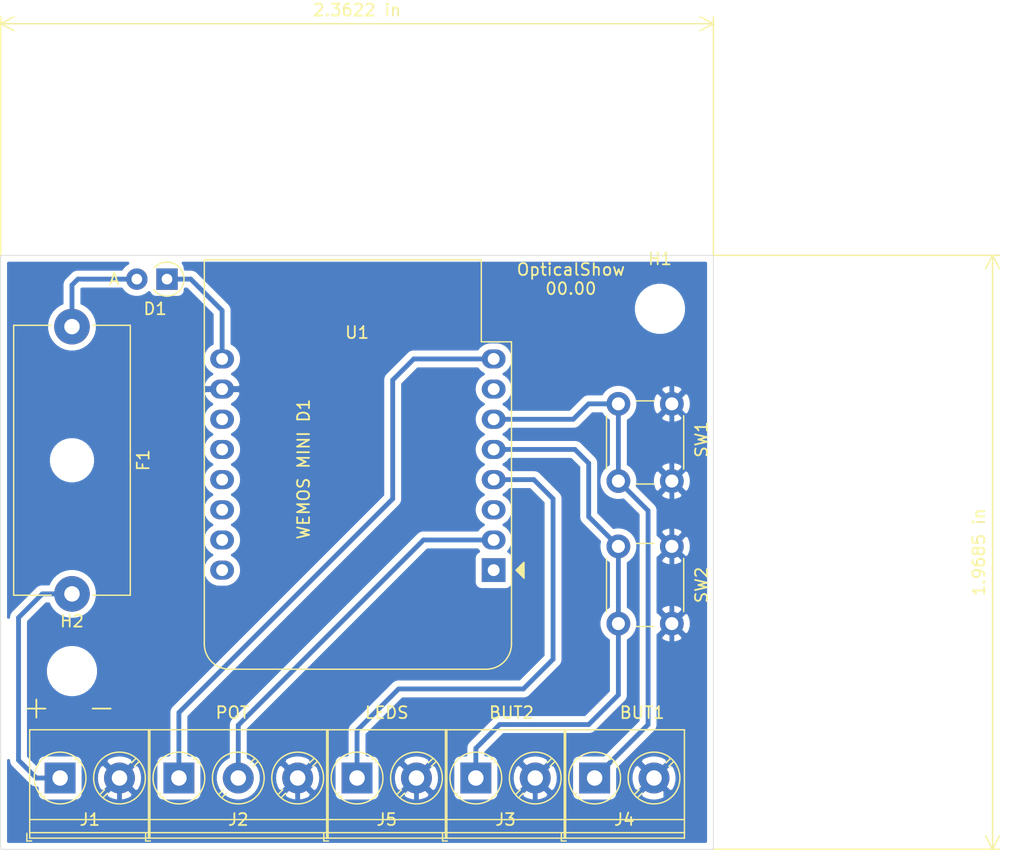
<source format=kicad_pcb>
(kicad_pcb (version 20171130) (host pcbnew "(5.1.9)-1")

  (general
    (thickness 1.6)
    (drawings 14)
    (tracks 73)
    (zones 0)
    (modules 12)
    (nets 10)
  )

  (page A4)
  (layers
    (0 F.Cu signal)
    (31 B.Cu signal)
    (32 B.Adhes user)
    (33 F.Adhes user)
    (34 B.Paste user)
    (35 F.Paste user)
    (36 B.SilkS user)
    (37 F.SilkS user)
    (38 B.Mask user)
    (39 F.Mask user)
    (40 Dwgs.User user)
    (41 Cmts.User user)
    (42 Eco1.User user)
    (43 Eco2.User user)
    (44 Edge.Cuts user)
    (45 Margin user)
    (46 B.CrtYd user)
    (47 F.CrtYd user)
    (48 B.Fab user)
    (49 F.Fab user hide)
  )

  (setup
    (last_trace_width 0.4064)
    (user_trace_width 0.4064)
    (user_trace_width 1.27)
    (user_trace_width 1.905)
    (user_trace_width 2.54)
    (trace_clearance 0.2)
    (zone_clearance 0.508)
    (zone_45_only no)
    (trace_min 0.2)
    (via_size 0.8)
    (via_drill 0.4)
    (via_min_size 0.4)
    (via_min_drill 0.3)
    (user_via 2 0.4)
    (user_via 2 1)
    (user_via 5 0.4)
    (user_via 12 6)
    (uvia_size 0.3)
    (uvia_drill 0.1)
    (uvias_allowed no)
    (uvia_min_size 0.2)
    (uvia_min_drill 0.1)
    (edge_width 0.05)
    (segment_width 0.2)
    (pcb_text_width 0.3)
    (pcb_text_size 1.5 1.5)
    (mod_edge_width 0.12)
    (mod_text_size 1 1)
    (mod_text_width 0.15)
    (pad_size 1.524 1.524)
    (pad_drill 0.762)
    (pad_to_mask_clearance 0.05)
    (aux_axis_origin 0 0)
    (visible_elements 7FFFFFFF)
    (pcbplotparams
      (layerselection 0x010fc_fffffffe)
      (usegerberextensions true)
      (usegerberattributes false)
      (usegerberadvancedattributes false)
      (creategerberjobfile false)
      (excludeedgelayer true)
      (linewidth 0.150000)
      (plotframeref false)
      (viasonmask false)
      (mode 1)
      (useauxorigin false)
      (hpglpennumber 1)
      (hpglpenspeed 20)
      (hpglpendiameter 15.000000)
      (psnegative false)
      (psa4output false)
      (plotreference true)
      (plotvalue true)
      (plotinvisibletext false)
      (padsonsilk false)
      (subtractmaskfromsilk false)
      (outputformat 1)
      (mirror false)
      (drillshape 0)
      (scaleselection 1)
      (outputdirectory "export/Gerber/"))
  )

  (net 0 "")
  (net 1 "Net-(D1-Pad2)")
  (net 2 "Net-(D1-Pad1)")
  (net 3 GND)
  (net 4 +3V3)
  (net 5 "Net-(F1-Pad2)")
  (net 6 "Net-(J2-Pad2)")
  (net 7 "Net-(J3-Pad1)")
  (net 8 "Net-(J4-Pad1)")
  (net 9 "Net-(J5-Pad1)")

  (net_class Default "Questo è il gruppo di collegamenti predefinito"
    (clearance 0.2)
    (trace_width 0.25)
    (via_dia 0.8)
    (via_drill 0.4)
    (uvia_dia 0.3)
    (uvia_drill 0.1)
    (add_net +3V3)
    (add_net GND)
    (add_net "Net-(D1-Pad1)")
    (add_net "Net-(D1-Pad2)")
    (add_net "Net-(F1-Pad2)")
    (add_net "Net-(J2-Pad2)")
    (add_net "Net-(J3-Pad1)")
    (add_net "Net-(J4-Pad1)")
    (add_net "Net-(J5-Pad1)")
  )

  (module TerminalBlock_Phoenix:TerminalBlock_Phoenix_PT-1,5-2-5.0-H_1x02_P5.00mm_Horizontal (layer F.Cu) (tedit 5B294F69) (tstamp 63E820BB)
    (at 151.5 115)
    (descr "Terminal Block Phoenix PT-1,5-2-5.0-H, 2 pins, pitch 5mm, size 10x9mm^2, drill diamater 1.3mm, pad diameter 2.6mm, see http://www.mouser.com/ds/2/324/ItemDetail_1935161-922578.pdf, script-generated using https://github.com/pointhi/kicad-footprint-generator/scripts/TerminalBlock_Phoenix")
    (tags "THT Terminal Block Phoenix PT-1,5-2-5.0-H pitch 5mm size 10x9mm^2 drill 1.3mm pad 2.6mm")
    (path /63E7D030)
    (fp_text reference J5 (at 2.5 3.5) (layer F.SilkS)
      (effects (font (size 1 1) (thickness 0.15)))
    )
    (fp_text value Conn_01x02 (at 2.5 6.06) (layer F.Fab)
      (effects (font (size 1 1) (thickness 0.15)))
    )
    (fp_text user %R (at 2.5 2.9) (layer F.Fab)
      (effects (font (size 1 1) (thickness 0.15)))
    )
    (fp_circle (center 0 0) (end 2 0) (layer F.Fab) (width 0.1))
    (fp_circle (center 0 0) (end 2.18 0) (layer F.SilkS) (width 0.12))
    (fp_circle (center 5 0) (end 7 0) (layer F.Fab) (width 0.1))
    (fp_circle (center 5 0) (end 7.18 0) (layer F.SilkS) (width 0.12))
    (fp_line (start -2.5 -4) (end 7.5 -4) (layer F.Fab) (width 0.1))
    (fp_line (start 7.5 -4) (end 7.5 5) (layer F.Fab) (width 0.1))
    (fp_line (start 7.5 5) (end -2.1 5) (layer F.Fab) (width 0.1))
    (fp_line (start -2.1 5) (end -2.5 4.6) (layer F.Fab) (width 0.1))
    (fp_line (start -2.5 4.6) (end -2.5 -4) (layer F.Fab) (width 0.1))
    (fp_line (start -2.5 4.6) (end 7.5 4.6) (layer F.Fab) (width 0.1))
    (fp_line (start -2.56 4.6) (end 7.56 4.6) (layer F.SilkS) (width 0.12))
    (fp_line (start -2.5 3.5) (end 7.5 3.5) (layer F.Fab) (width 0.1))
    (fp_line (start -2.56 3.5) (end 7.56 3.5) (layer F.SilkS) (width 0.12))
    (fp_line (start -2.56 -4.06) (end 7.56 -4.06) (layer F.SilkS) (width 0.12))
    (fp_line (start -2.56 5.06) (end 7.56 5.06) (layer F.SilkS) (width 0.12))
    (fp_line (start -2.56 -4.06) (end -2.56 5.06) (layer F.SilkS) (width 0.12))
    (fp_line (start 7.56 -4.06) (end 7.56 5.06) (layer F.SilkS) (width 0.12))
    (fp_line (start 1.517 -1.273) (end -1.273 1.517) (layer F.Fab) (width 0.1))
    (fp_line (start 1.273 -1.517) (end -1.517 1.273) (layer F.Fab) (width 0.1))
    (fp_line (start 1.654 -1.388) (end 1.547 -1.281) (layer F.SilkS) (width 0.12))
    (fp_line (start -1.282 1.547) (end -1.388 1.654) (layer F.SilkS) (width 0.12))
    (fp_line (start 1.388 -1.654) (end 1.281 -1.547) (layer F.SilkS) (width 0.12))
    (fp_line (start -1.548 1.281) (end -1.654 1.388) (layer F.SilkS) (width 0.12))
    (fp_line (start 6.517 -1.273) (end 3.728 1.517) (layer F.Fab) (width 0.1))
    (fp_line (start 6.273 -1.517) (end 3.484 1.273) (layer F.Fab) (width 0.1))
    (fp_line (start 6.654 -1.388) (end 6.259 -0.992) (layer F.SilkS) (width 0.12))
    (fp_line (start 3.993 1.274) (end 3.613 1.654) (layer F.SilkS) (width 0.12))
    (fp_line (start 6.388 -1.654) (end 6.008 -1.274) (layer F.SilkS) (width 0.12))
    (fp_line (start 3.742 0.992) (end 3.347 1.388) (layer F.SilkS) (width 0.12))
    (fp_line (start -2.8 4.66) (end -2.8 5.3) (layer F.SilkS) (width 0.12))
    (fp_line (start -2.8 5.3) (end -2.4 5.3) (layer F.SilkS) (width 0.12))
    (fp_line (start -3 -4.5) (end -3 5.5) (layer F.CrtYd) (width 0.05))
    (fp_line (start -3 5.5) (end 8 5.5) (layer F.CrtYd) (width 0.05))
    (fp_line (start 8 5.5) (end 8 -4.5) (layer F.CrtYd) (width 0.05))
    (fp_line (start 8 -4.5) (end -3 -4.5) (layer F.CrtYd) (width 0.05))
    (pad 2 thru_hole circle (at 5 0) (size 2.6 2.6) (drill 1.3) (layers *.Cu *.Mask)
      (net 3 GND))
    (pad 1 thru_hole rect (at 0 0) (size 2.6 2.6) (drill 1.3) (layers *.Cu *.Mask)
      (net 9 "Net-(J5-Pad1)"))
    (model ${KISYS3DMOD}/TerminalBlock_Phoenix.3dshapes/TerminalBlock_Phoenix_PT-1,5-2-5.0-H_1x02_P5.00mm_Horizontal.wrl
      (at (xyz 0 0 0))
      (scale (xyz 1 1 1))
      (rotate (xyz 0 0 0))
    )
  )

  (module Fuse:Fuseholder_Cylinder-5x20mm_Schurter_0031_8201_Horizontal_Open (layer F.Cu) (tedit 5D717D34) (tstamp 63E59FC6)
    (at 127.5 77 270)
    (descr "Fuseholder horizontal open, 5x20mm, 500V, 16A, Schurter 0031.8201, https://us.schurter.com/bundles/snceschurter/epim/_ProdPool_/newDS/en/typ_OGN.pdf")
    (tags "Fuseholder horizontal open 5x20 Schurter 0031.8201")
    (path /63E8B60D)
    (fp_text reference F1 (at 11.25 -6 90) (layer F.SilkS)
      (effects (font (size 1 1) (thickness 0.15)))
    )
    (fp_text value "Fuse 0,5 A" (at 11.25 6 90) (layer F.Fab)
      (effects (font (size 1 1) (thickness 0.15)))
    )
    (fp_line (start 0 -4.8) (end 0 4.8) (layer F.Fab) (width 0.1))
    (fp_line (start 0 4.8) (end 22.5 4.8) (layer F.Fab) (width 0.1))
    (fp_line (start 22.5 4.8) (end 22.5 -4.8) (layer F.Fab) (width 0.1))
    (fp_line (start 22.5 -4.8) (end 0 -4.8) (layer F.Fab) (width 0.1))
    (fp_line (start -1.75 5.05) (end -1.75 -5.05) (layer F.CrtYd) (width 0.05))
    (fp_line (start 22.61 4.91) (end 22.61 1.75) (layer F.SilkS) (width 0.12))
    (fp_line (start 22.61 -1.75) (end 22.61 -4.91) (layer F.SilkS) (width 0.12))
    (fp_line (start -0.11 -1.75) (end -0.11 -4.91) (layer F.SilkS) (width 0.12))
    (fp_line (start -0.11 -4.91) (end 22.61 -4.91) (layer F.SilkS) (width 0.12))
    (fp_line (start 24.25 5.05) (end -1.75 5.05) (layer F.CrtYd) (width 0.05))
    (fp_line (start -1.75 -5.05) (end 24.25 -5.05) (layer F.CrtYd) (width 0.05))
    (fp_line (start -0.11 4.91) (end 22.61 4.91) (layer F.SilkS) (width 0.12))
    (fp_line (start 24.25 -5.05) (end 24.25 5.05) (layer F.CrtYd) (width 0.05))
    (fp_line (start -0.11 4.91) (end -0.11 1.75) (layer F.SilkS) (width 0.12))
    (fp_text user %R (at 11.25 4 90) (layer F.Fab)
      (effects (font (size 1 1) (thickness 0.15)))
    )
    (pad "" np_thru_hole circle (at 11.25 0 270) (size 2.7 2.7) (drill 2.7) (layers *.Cu *.Mask))
    (pad 2 thru_hole circle (at 22.5 0 270) (size 3 3) (drill 1.3) (layers *.Cu *.Mask)
      (net 5 "Net-(F1-Pad2)"))
    (pad 1 thru_hole circle (at 0 0 270) (size 3 3) (drill 1.3) (layers *.Cu *.Mask)
      (net 1 "Net-(D1-Pad2)"))
    (model ${KISYS3DMOD}/Fuse.3dshapes/Fuseholder_Cylinder-5x20mm_Schurter_0031_8201_Horizontal_Open.wrl
      (at (xyz 0 0 0))
      (scale (xyz 1 1 1))
      (rotate (xyz 0 0 0))
    )
  )

  (module Module:WEMOS_D1_mini_light (layer F.Cu) (tedit 5BBFB1CE) (tstamp 63E82C21)
    (at 163 97.5 180)
    (descr "16-pin module, column spacing 22.86 mm (900 mils), https://wiki.wemos.cc/products:d1:d1_mini, https://c1.staticflickr.com/1/734/31400410271_f278b087db_z.jpg")
    (tags "ESP8266 WiFi microcontroller")
    (path /614DE584)
    (fp_text reference U1 (at 11.5 20) (layer F.SilkS)
      (effects (font (size 1 1) (thickness 0.15)))
    )
    (fp_text value WeMos_D1_mini (at 11.7 0) (layer F.Fab)
      (effects (font (size 1 1) (thickness 0.15)))
    )
    (fp_line (start 1.04 26.12) (end 24.36 26.12) (layer F.SilkS) (width 0.12))
    (fp_line (start -1.5 19.22) (end -1.5 -6.21) (layer F.SilkS) (width 0.12))
    (fp_line (start 24.36 26.12) (end 24.36 -6.21) (layer F.SilkS) (width 0.12))
    (fp_line (start 22.24 -8.34) (end 0.63 -8.34) (layer F.SilkS) (width 0.12))
    (fp_line (start 1.17 25.99) (end 24.23 25.99) (layer F.Fab) (width 0.1))
    (fp_line (start 24.23 25.99) (end 24.23 -6.21) (layer F.Fab) (width 0.1))
    (fp_line (start 22.23 -8.21) (end 0.63 -8.21) (layer F.Fab) (width 0.1))
    (fp_line (start -1.37 1) (end -1.37 19.09) (layer F.Fab) (width 0.1))
    (fp_line (start -1.62 -8.46) (end 24.48 -8.46) (layer F.CrtYd) (width 0.05))
    (fp_line (start 24.48 -8.41) (end 24.48 26.24) (layer F.CrtYd) (width 0.05))
    (fp_line (start 24.48 26.24) (end -1.62 26.24) (layer F.CrtYd) (width 0.05))
    (fp_line (start -1.62 26.24) (end -1.62 -8.46) (layer F.CrtYd) (width 0.05))
    (fp_poly (pts (xy -2.54 -0.635) (xy -2.54 0.635) (xy -1.905 0)) (layer F.SilkS) (width 0.15))
    (fp_line (start -1.35 -1.4) (end 24.25 -1.4) (layer Dwgs.User) (width 0.1))
    (fp_line (start 24.25 -1.4) (end 24.25 -8.2) (layer Dwgs.User) (width 0.1))
    (fp_line (start 24.25 -8.2) (end -1.35 -8.2) (layer Dwgs.User) (width 0.1))
    (fp_line (start -1.35 -8.2) (end -1.35 -1.4) (layer Dwgs.User) (width 0.1))
    (fp_line (start -1.35 -1.4) (end 5.45 -8.2) (layer Dwgs.User) (width 0.1))
    (fp_line (start 0.65 -1.4) (end 7.45 -8.2) (layer Dwgs.User) (width 0.1))
    (fp_line (start 2.65 -1.4) (end 9.45 -8.2) (layer Dwgs.User) (width 0.1))
    (fp_line (start 4.65 -1.4) (end 11.45 -8.2) (layer Dwgs.User) (width 0.1))
    (fp_line (start 6.65 -1.4) (end 13.45 -8.2) (layer Dwgs.User) (width 0.1))
    (fp_line (start 8.65 -1.4) (end 15.45 -8.2) (layer Dwgs.User) (width 0.1))
    (fp_line (start 10.65 -1.4) (end 17.45 -8.2) (layer Dwgs.User) (width 0.1))
    (fp_line (start 12.65 -1.4) (end 19.45 -8.2) (layer Dwgs.User) (width 0.1))
    (fp_line (start 14.65 -1.4) (end 21.45 -8.2) (layer Dwgs.User) (width 0.1))
    (fp_line (start 16.65 -1.4) (end 23.45 -8.2) (layer Dwgs.User) (width 0.1))
    (fp_line (start 18.65 -1.4) (end 24.25 -7) (layer Dwgs.User) (width 0.1))
    (fp_line (start 20.65 -1.4) (end 24.25 -5) (layer Dwgs.User) (width 0.1))
    (fp_line (start 22.65 -1.4) (end 24.25 -3) (layer Dwgs.User) (width 0.1))
    (fp_line (start -1.35 -3.4) (end 3.45 -8.2) (layer Dwgs.User) (width 0.1))
    (fp_line (start -1.3 -5.45) (end 1.45 -8.2) (layer Dwgs.User) (width 0.1))
    (fp_line (start -1.35 -7.4) (end -0.55 -8.2) (layer Dwgs.User) (width 0.1))
    (fp_line (start -1.37 19.09) (end 1.17 19.09) (layer F.Fab) (width 0.1))
    (fp_line (start 1.17 19.09) (end 1.17 25.99) (layer F.Fab) (width 0.1))
    (fp_line (start -1.37 -6.21) (end -1.37 -1) (layer F.Fab) (width 0.1))
    (fp_line (start -1.37 1) (end -0.37 0) (layer F.Fab) (width 0.1))
    (fp_line (start -0.37 0) (end -1.37 -1) (layer F.Fab) (width 0.1))
    (fp_line (start -1.5 19.22) (end 1.04 19.22) (layer F.SilkS) (width 0.12))
    (fp_line (start 1.04 19.22) (end 1.04 26.12) (layer F.SilkS) (width 0.12))
    (fp_text user "No copper" (at 11.43 -3.81) (layer Cmts.User)
      (effects (font (size 1 1) (thickness 0.15)))
    )
    (fp_text user "KEEP OUT" (at 11.43 -6.35) (layer Cmts.User)
      (effects (font (size 1 1) (thickness 0.15)))
    )
    (fp_arc (start 22.23 -6.21) (end 24.36 -6.21) (angle -90) (layer F.SilkS) (width 0.12))
    (fp_arc (start 0.63 -6.21) (end 0.63 -8.34) (angle -90) (layer F.SilkS) (width 0.12))
    (fp_arc (start 22.23 -6.21) (end 24.23 -6.19) (angle -90) (layer F.Fab) (width 0.1))
    (fp_arc (start 0.63 -6.21) (end 0.63 -8.21) (angle -90) (layer F.Fab) (width 0.1))
    (fp_text user %R (at 11.43 10) (layer F.Fab)
      (effects (font (size 1 1) (thickness 0.15)))
    )
    (pad 16 thru_hole oval (at 22.86 0 180) (size 2 1.6) (drill 1) (layers *.Cu *.Mask))
    (pad 15 thru_hole oval (at 22.86 2.54 180) (size 2 1.6) (drill 1) (layers *.Cu *.Mask))
    (pad 14 thru_hole oval (at 22.86 5.08 180) (size 2 1.6) (drill 1) (layers *.Cu *.Mask))
    (pad 13 thru_hole oval (at 22.86 7.62 180) (size 2 1.6) (drill 1) (layers *.Cu *.Mask))
    (pad 12 thru_hole oval (at 22.86 10.16 180) (size 2 1.6) (drill 1) (layers *.Cu *.Mask))
    (pad 11 thru_hole oval (at 22.86 12.7 180) (size 2 1.6) (drill 1) (layers *.Cu *.Mask))
    (pad 10 thru_hole oval (at 22.86 15.24 180) (size 2 1.6) (drill 1) (layers *.Cu *.Mask)
      (net 3 GND))
    (pad 9 thru_hole oval (at 22.86 17.78 180) (size 2 1.6) (drill 1) (layers *.Cu *.Mask)
      (net 2 "Net-(D1-Pad1)"))
    (pad 8 thru_hole oval (at 0 17.78 180) (size 2 1.6) (drill 1) (layers *.Cu *.Mask)
      (net 4 +3V3))
    (pad 7 thru_hole oval (at 0 15.24 180) (size 2 1.6) (drill 1) (layers *.Cu *.Mask))
    (pad 6 thru_hole oval (at 0 12.7 180) (size 2 1.6) (drill 1) (layers *.Cu *.Mask)
      (net 8 "Net-(J4-Pad1)"))
    (pad 5 thru_hole oval (at 0 10.16 180) (size 2 1.6) (drill 1) (layers *.Cu *.Mask)
      (net 7 "Net-(J3-Pad1)"))
    (pad 4 thru_hole oval (at 0 7.62 180) (size 2 1.6) (drill 1) (layers *.Cu *.Mask)
      (net 9 "Net-(J5-Pad1)"))
    (pad 3 thru_hole oval (at 0 5.08 180) (size 2 1.6) (drill 1) (layers *.Cu *.Mask))
    (pad 1 thru_hole rect (at 0 0 180) (size 2 2) (drill 1) (layers *.Cu *.Mask))
    (pad 2 thru_hole oval (at 0 2.54 180) (size 2 1.6) (drill 1) (layers *.Cu *.Mask)
      (net 6 "Net-(J2-Pad2)"))
    (model ${KISYS3DMOD}/Module.3dshapes/WEMOS_D1_mini_light.wrl
      (at (xyz 0 0 0))
      (scale (xyz 1 1 1))
      (rotate (xyz 0 0 0))
    )
    (model ${KISYS3DMOD}/Connector_PinHeader_2.54mm.3dshapes/PinHeader_1x08_P2.54mm_Vertical.wrl
      (offset (xyz 0 0 9.5))
      (scale (xyz 1 1 1))
      (rotate (xyz 0 -180 0))
    )
    (model ${KISYS3DMOD}/Connector_PinHeader_2.54mm.3dshapes/PinHeader_1x08_P2.54mm_Vertical.wrl
      (offset (xyz 22.86 0 9.5))
      (scale (xyz 1 1 1))
      (rotate (xyz 0 -180 0))
    )
    (model ${KISYS3DMOD}/Connector_PinSocket_2.54mm.3dshapes/PinSocket_1x08_P2.54mm_Vertical.wrl
      (at (xyz 0 0 0))
      (scale (xyz 1 1 1))
      (rotate (xyz 0 0 0))
    )
    (model ${KISYS3DMOD}/Connector_PinSocket_2.54mm.3dshapes/PinSocket_1x08_P2.54mm_Vertical.wrl
      (offset (xyz 22.86 0 0))
      (scale (xyz 1 1 1))
      (rotate (xyz 0 0 0))
    )
  )

  (module Button_Switch_THT:SW_PUSH_6mm (layer F.Cu) (tedit 5A02FE31) (tstamp 63E82803)
    (at 173.5 102 90)
    (descr https://www.omron.com/ecb/products/pdf/en-b3f.pdf)
    (tags "tact sw push 6mm")
    (path /63E59DD2)
    (fp_text reference SW2 (at 3.25 7 90) (layer F.SilkS)
      (effects (font (size 1 1) (thickness 0.15)))
    )
    (fp_text value SW_Push_Dual (at 3.75 6.7 90) (layer F.Fab)
      (effects (font (size 1 1) (thickness 0.15)))
    )
    (fp_line (start 3.25 -0.75) (end 6.25 -0.75) (layer F.Fab) (width 0.1))
    (fp_line (start 6.25 -0.75) (end 6.25 5.25) (layer F.Fab) (width 0.1))
    (fp_line (start 6.25 5.25) (end 0.25 5.25) (layer F.Fab) (width 0.1))
    (fp_line (start 0.25 5.25) (end 0.25 -0.75) (layer F.Fab) (width 0.1))
    (fp_line (start 0.25 -0.75) (end 3.25 -0.75) (layer F.Fab) (width 0.1))
    (fp_line (start 7.75 6) (end 8 6) (layer F.CrtYd) (width 0.05))
    (fp_line (start 8 6) (end 8 5.75) (layer F.CrtYd) (width 0.05))
    (fp_line (start 7.75 -1.5) (end 8 -1.5) (layer F.CrtYd) (width 0.05))
    (fp_line (start 8 -1.5) (end 8 -1.25) (layer F.CrtYd) (width 0.05))
    (fp_line (start -1.5 -1.25) (end -1.5 -1.5) (layer F.CrtYd) (width 0.05))
    (fp_line (start -1.5 -1.5) (end -1.25 -1.5) (layer F.CrtYd) (width 0.05))
    (fp_line (start -1.5 5.75) (end -1.5 6) (layer F.CrtYd) (width 0.05))
    (fp_line (start -1.5 6) (end -1.25 6) (layer F.CrtYd) (width 0.05))
    (fp_line (start -1.25 -1.5) (end 7.75 -1.5) (layer F.CrtYd) (width 0.05))
    (fp_line (start -1.5 5.75) (end -1.5 -1.25) (layer F.CrtYd) (width 0.05))
    (fp_line (start 7.75 6) (end -1.25 6) (layer F.CrtYd) (width 0.05))
    (fp_line (start 8 -1.25) (end 8 5.75) (layer F.CrtYd) (width 0.05))
    (fp_line (start 1 5.5) (end 5.5 5.5) (layer F.SilkS) (width 0.12))
    (fp_line (start -0.25 1.5) (end -0.25 3) (layer F.SilkS) (width 0.12))
    (fp_line (start 5.5 -1) (end 1 -1) (layer F.SilkS) (width 0.12))
    (fp_line (start 6.75 3) (end 6.75 1.5) (layer F.SilkS) (width 0.12))
    (fp_circle (center 3.25 2.25) (end 1.25 2.5) (layer F.Fab) (width 0.1))
    (fp_text user %R (at 3.25 2.25 90) (layer F.Fab)
      (effects (font (size 1 1) (thickness 0.15)))
    )
    (pad 1 thru_hole circle (at 6.5 0 180) (size 2 2) (drill 1.1) (layers *.Cu *.Mask)
      (net 7 "Net-(J3-Pad1)"))
    (pad 2 thru_hole circle (at 6.5 4.5 180) (size 2 2) (drill 1.1) (layers *.Cu *.Mask)
      (net 3 GND))
    (pad 1 thru_hole circle (at 0 0 180) (size 2 2) (drill 1.1) (layers *.Cu *.Mask)
      (net 7 "Net-(J3-Pad1)"))
    (pad 2 thru_hole circle (at 0 4.5 180) (size 2 2) (drill 1.1) (layers *.Cu *.Mask)
      (net 3 GND))
    (model ${KISYS3DMOD}/Button_Switch_THT.3dshapes/SW_PUSH_6mm.wrl
      (at (xyz 0 0 0))
      (scale (xyz 1 1 1))
      (rotate (xyz 0 0 0))
    )
  )

  (module TerminalBlock_Phoenix:TerminalBlock_Phoenix_PT-1,5-2-5.0-H_1x02_P5.00mm_Horizontal (layer F.Cu) (tedit 5B294F69) (tstamp 63E82793)
    (at 171.5 115)
    (descr "Terminal Block Phoenix PT-1,5-2-5.0-H, 2 pins, pitch 5mm, size 10x9mm^2, drill diamater 1.3mm, pad diameter 2.6mm, see http://www.mouser.com/ds/2/324/ItemDetail_1935161-922578.pdf, script-generated using https://github.com/pointhi/kicad-footprint-generator/scripts/TerminalBlock_Phoenix")
    (tags "THT Terminal Block Phoenix PT-1,5-2-5.0-H pitch 5mm size 10x9mm^2 drill 1.3mm pad 2.6mm")
    (path /63E6E69C)
    (fp_text reference J4 (at 2.5 3.5) (layer F.SilkS)
      (effects (font (size 1 1) (thickness 0.15)))
    )
    (fp_text value Conn_01x02 (at 2.5 6.06) (layer F.Fab)
      (effects (font (size 1 1) (thickness 0.15)))
    )
    (fp_circle (center 0 0) (end 2 0) (layer F.Fab) (width 0.1))
    (fp_circle (center 0 0) (end 2.18 0) (layer F.SilkS) (width 0.12))
    (fp_circle (center 5 0) (end 7 0) (layer F.Fab) (width 0.1))
    (fp_circle (center 5 0) (end 7.18 0) (layer F.SilkS) (width 0.12))
    (fp_line (start -2.5 -4) (end 7.5 -4) (layer F.Fab) (width 0.1))
    (fp_line (start 7.5 -4) (end 7.5 5) (layer F.Fab) (width 0.1))
    (fp_line (start 7.5 5) (end -2.1 5) (layer F.Fab) (width 0.1))
    (fp_line (start -2.1 5) (end -2.5 4.6) (layer F.Fab) (width 0.1))
    (fp_line (start -2.5 4.6) (end -2.5 -4) (layer F.Fab) (width 0.1))
    (fp_line (start -2.5 4.6) (end 7.5 4.6) (layer F.Fab) (width 0.1))
    (fp_line (start -2.56 4.6) (end 7.56 4.6) (layer F.SilkS) (width 0.12))
    (fp_line (start -2.5 3.5) (end 7.5 3.5) (layer F.Fab) (width 0.1))
    (fp_line (start -2.56 3.5) (end 7.56 3.5) (layer F.SilkS) (width 0.12))
    (fp_line (start -2.56 -4.06) (end 7.56 -4.06) (layer F.SilkS) (width 0.12))
    (fp_line (start -2.56 5.06) (end 7.56 5.06) (layer F.SilkS) (width 0.12))
    (fp_line (start -2.56 -4.06) (end -2.56 5.06) (layer F.SilkS) (width 0.12))
    (fp_line (start 7.56 -4.06) (end 7.56 5.06) (layer F.SilkS) (width 0.12))
    (fp_line (start 1.517 -1.273) (end -1.273 1.517) (layer F.Fab) (width 0.1))
    (fp_line (start 1.273 -1.517) (end -1.517 1.273) (layer F.Fab) (width 0.1))
    (fp_line (start 1.654 -1.388) (end 1.547 -1.281) (layer F.SilkS) (width 0.12))
    (fp_line (start -1.282 1.547) (end -1.388 1.654) (layer F.SilkS) (width 0.12))
    (fp_line (start 1.388 -1.654) (end 1.281 -1.547) (layer F.SilkS) (width 0.12))
    (fp_line (start -1.548 1.281) (end -1.654 1.388) (layer F.SilkS) (width 0.12))
    (fp_line (start 6.517 -1.273) (end 3.728 1.517) (layer F.Fab) (width 0.1))
    (fp_line (start 6.273 -1.517) (end 3.484 1.273) (layer F.Fab) (width 0.1))
    (fp_line (start 6.654 -1.388) (end 6.259 -0.992) (layer F.SilkS) (width 0.12))
    (fp_line (start 3.993 1.274) (end 3.613 1.654) (layer F.SilkS) (width 0.12))
    (fp_line (start 6.388 -1.654) (end 6.008 -1.274) (layer F.SilkS) (width 0.12))
    (fp_line (start 3.742 0.992) (end 3.347 1.388) (layer F.SilkS) (width 0.12))
    (fp_line (start -2.8 4.66) (end -2.8 5.3) (layer F.SilkS) (width 0.12))
    (fp_line (start -2.8 5.3) (end -2.4 5.3) (layer F.SilkS) (width 0.12))
    (fp_line (start -3 -4.5) (end -3 5.5) (layer F.CrtYd) (width 0.05))
    (fp_line (start -3 5.5) (end 8 5.5) (layer F.CrtYd) (width 0.05))
    (fp_line (start 8 5.5) (end 8 -4.5) (layer F.CrtYd) (width 0.05))
    (fp_line (start 8 -4.5) (end -3 -4.5) (layer F.CrtYd) (width 0.05))
    (fp_text user %R (at 2.5 2.9) (layer F.Fab)
      (effects (font (size 1 1) (thickness 0.15)))
    )
    (pad 2 thru_hole circle (at 5 0) (size 2.6 2.6) (drill 1.3) (layers *.Cu *.Mask)
      (net 3 GND))
    (pad 1 thru_hole rect (at 0 0) (size 2.6 2.6) (drill 1.3) (layers *.Cu *.Mask)
      (net 8 "Net-(J4-Pad1)"))
    (model ${KISYS3DMOD}/TerminalBlock_Phoenix.3dshapes/TerminalBlock_Phoenix_PT-1,5-2-5.0-H_1x02_P5.00mm_Horizontal.wrl
      (at (xyz 0 0 0))
      (scale (xyz 1 1 1))
      (rotate (xyz 0 0 0))
    )
  )

  (module TerminalBlock_Phoenix:TerminalBlock_Phoenix_PT-1,5-2-5.0-H_1x02_P5.00mm_Horizontal (layer F.Cu) (tedit 5B294F69) (tstamp 63E82966)
    (at 161.5 115)
    (descr "Terminal Block Phoenix PT-1,5-2-5.0-H, 2 pins, pitch 5mm, size 10x9mm^2, drill diamater 1.3mm, pad diameter 2.6mm, see http://www.mouser.com/ds/2/324/ItemDetail_1935161-922578.pdf, script-generated using https://github.com/pointhi/kicad-footprint-generator/scripts/TerminalBlock_Phoenix")
    (tags "THT Terminal Block Phoenix PT-1,5-2-5.0-H pitch 5mm size 10x9mm^2 drill 1.3mm pad 2.6mm")
    (path /63E7F30B)
    (fp_text reference J3 (at 2.5 3.5) (layer F.SilkS)
      (effects (font (size 1 1) (thickness 0.15)))
    )
    (fp_text value Conn_01x02 (at 2.5 6.06) (layer F.Fab)
      (effects (font (size 1 1) (thickness 0.15)))
    )
    (fp_circle (center 0 0) (end 2 0) (layer F.Fab) (width 0.1))
    (fp_circle (center 0 0) (end 2.18 0) (layer F.SilkS) (width 0.12))
    (fp_circle (center 5 0) (end 7 0) (layer F.Fab) (width 0.1))
    (fp_circle (center 5 0) (end 7.18 0) (layer F.SilkS) (width 0.12))
    (fp_line (start -2.5 -4) (end 7.5 -4) (layer F.Fab) (width 0.1))
    (fp_line (start 7.5 -4) (end 7.5 5) (layer F.Fab) (width 0.1))
    (fp_line (start 7.5 5) (end -2.1 5) (layer F.Fab) (width 0.1))
    (fp_line (start -2.1 5) (end -2.5 4.6) (layer F.Fab) (width 0.1))
    (fp_line (start -2.5 4.6) (end -2.5 -4) (layer F.Fab) (width 0.1))
    (fp_line (start -2.5 4.6) (end 7.5 4.6) (layer F.Fab) (width 0.1))
    (fp_line (start -2.56 4.6) (end 7.56 4.6) (layer F.SilkS) (width 0.12))
    (fp_line (start -2.5 3.5) (end 7.5 3.5) (layer F.Fab) (width 0.1))
    (fp_line (start -2.56 3.5) (end 7.56 3.5) (layer F.SilkS) (width 0.12))
    (fp_line (start -2.56 -4.06) (end 7.56 -4.06) (layer F.SilkS) (width 0.12))
    (fp_line (start -2.56 5.06) (end 7.56 5.06) (layer F.SilkS) (width 0.12))
    (fp_line (start -2.56 -4.06) (end -2.56 5.06) (layer F.SilkS) (width 0.12))
    (fp_line (start 7.56 -4.06) (end 7.56 5.06) (layer F.SilkS) (width 0.12))
    (fp_line (start 1.517 -1.273) (end -1.273 1.517) (layer F.Fab) (width 0.1))
    (fp_line (start 1.273 -1.517) (end -1.517 1.273) (layer F.Fab) (width 0.1))
    (fp_line (start 1.654 -1.388) (end 1.547 -1.281) (layer F.SilkS) (width 0.12))
    (fp_line (start -1.282 1.547) (end -1.388 1.654) (layer F.SilkS) (width 0.12))
    (fp_line (start 1.388 -1.654) (end 1.281 -1.547) (layer F.SilkS) (width 0.12))
    (fp_line (start -1.548 1.281) (end -1.654 1.388) (layer F.SilkS) (width 0.12))
    (fp_line (start 6.517 -1.273) (end 3.728 1.517) (layer F.Fab) (width 0.1))
    (fp_line (start 6.273 -1.517) (end 3.484 1.273) (layer F.Fab) (width 0.1))
    (fp_line (start 6.654 -1.388) (end 6.259 -0.992) (layer F.SilkS) (width 0.12))
    (fp_line (start 3.993 1.274) (end 3.613 1.654) (layer F.SilkS) (width 0.12))
    (fp_line (start 6.388 -1.654) (end 6.008 -1.274) (layer F.SilkS) (width 0.12))
    (fp_line (start 3.742 0.992) (end 3.347 1.388) (layer F.SilkS) (width 0.12))
    (fp_line (start -2.8 4.66) (end -2.8 5.3) (layer F.SilkS) (width 0.12))
    (fp_line (start -2.8 5.3) (end -2.4 5.3) (layer F.SilkS) (width 0.12))
    (fp_line (start -3 -4.5) (end -3 5.5) (layer F.CrtYd) (width 0.05))
    (fp_line (start -3 5.5) (end 8 5.5) (layer F.CrtYd) (width 0.05))
    (fp_line (start 8 5.5) (end 8 -4.5) (layer F.CrtYd) (width 0.05))
    (fp_line (start 8 -4.5) (end -3 -4.5) (layer F.CrtYd) (width 0.05))
    (fp_text user %R (at 2.5 2.9) (layer F.Fab)
      (effects (font (size 1 1) (thickness 0.15)))
    )
    (pad 2 thru_hole circle (at 5 0) (size 2.6 2.6) (drill 1.3) (layers *.Cu *.Mask)
      (net 3 GND))
    (pad 1 thru_hole rect (at 0 0) (size 2.6 2.6) (drill 1.3) (layers *.Cu *.Mask)
      (net 7 "Net-(J3-Pad1)"))
    (model ${KISYS3DMOD}/TerminalBlock_Phoenix.3dshapes/TerminalBlock_Phoenix_PT-1,5-2-5.0-H_1x02_P5.00mm_Horizontal.wrl
      (at (xyz 0 0 0))
      (scale (xyz 1 1 1))
      (rotate (xyz 0 0 0))
    )
  )

  (module TerminalBlock_Phoenix:TerminalBlock_Phoenix_PT-1,5-3-5.0-H_1x03_P5.00mm_Horizontal (layer F.Cu) (tedit 5B294F69) (tstamp 63E5A09D)
    (at 136.5 115)
    (descr "Terminal Block Phoenix PT-1,5-3-5.0-H, 3 pins, pitch 5mm, size 15x9mm^2, drill diamater 1.3mm, pad diameter 2.6mm, see http://www.mouser.com/ds/2/324/ItemDetail_1935161-922578.pdf, script-generated using https://github.com/pointhi/kicad-footprint-generator/scripts/TerminalBlock_Phoenix")
    (tags "THT Terminal Block Phoenix PT-1,5-3-5.0-H pitch 5mm size 15x9mm^2 drill 1.3mm pad 2.6mm")
    (path /63E6672F)
    (fp_text reference J2 (at 5 3.5) (layer F.SilkS)
      (effects (font (size 1 1) (thickness 0.15)))
    )
    (fp_text value Conn_01x03 (at 5 6.06) (layer F.Fab)
      (effects (font (size 1 1) (thickness 0.15)))
    )
    (fp_circle (center 0 0) (end 2 0) (layer F.Fab) (width 0.1))
    (fp_circle (center 0 0) (end 2.18 0) (layer F.SilkS) (width 0.12))
    (fp_circle (center 5 0) (end 7 0) (layer F.Fab) (width 0.1))
    (fp_circle (center 5 0) (end 7.18 0) (layer F.SilkS) (width 0.12))
    (fp_circle (center 10 0) (end 12 0) (layer F.Fab) (width 0.1))
    (fp_circle (center 10 0) (end 12.18 0) (layer F.SilkS) (width 0.12))
    (fp_line (start -2.5 -4) (end 12.5 -4) (layer F.Fab) (width 0.1))
    (fp_line (start 12.5 -4) (end 12.5 5) (layer F.Fab) (width 0.1))
    (fp_line (start 12.5 5) (end -2.1 5) (layer F.Fab) (width 0.1))
    (fp_line (start -2.1 5) (end -2.5 4.6) (layer F.Fab) (width 0.1))
    (fp_line (start -2.5 4.6) (end -2.5 -4) (layer F.Fab) (width 0.1))
    (fp_line (start -2.5 4.6) (end 12.5 4.6) (layer F.Fab) (width 0.1))
    (fp_line (start -2.56 4.6) (end 12.56 4.6) (layer F.SilkS) (width 0.12))
    (fp_line (start -2.5 3.5) (end 12.5 3.5) (layer F.Fab) (width 0.1))
    (fp_line (start -2.56 3.5) (end 12.56 3.5) (layer F.SilkS) (width 0.12))
    (fp_line (start -2.56 -4.06) (end 12.56 -4.06) (layer F.SilkS) (width 0.12))
    (fp_line (start -2.56 5.06) (end 12.56 5.06) (layer F.SilkS) (width 0.12))
    (fp_line (start -2.56 -4.06) (end -2.56 5.06) (layer F.SilkS) (width 0.12))
    (fp_line (start 12.56 -4.06) (end 12.56 5.06) (layer F.SilkS) (width 0.12))
    (fp_line (start 1.517 -1.273) (end -1.273 1.517) (layer F.Fab) (width 0.1))
    (fp_line (start 1.273 -1.517) (end -1.517 1.273) (layer F.Fab) (width 0.1))
    (fp_line (start 1.654 -1.388) (end 1.547 -1.281) (layer F.SilkS) (width 0.12))
    (fp_line (start -1.282 1.547) (end -1.388 1.654) (layer F.SilkS) (width 0.12))
    (fp_line (start 1.388 -1.654) (end 1.281 -1.547) (layer F.SilkS) (width 0.12))
    (fp_line (start -1.548 1.281) (end -1.654 1.388) (layer F.SilkS) (width 0.12))
    (fp_line (start 6.517 -1.273) (end 3.728 1.517) (layer F.Fab) (width 0.1))
    (fp_line (start 6.273 -1.517) (end 3.484 1.273) (layer F.Fab) (width 0.1))
    (fp_line (start 6.654 -1.388) (end 6.259 -0.992) (layer F.SilkS) (width 0.12))
    (fp_line (start 3.993 1.274) (end 3.613 1.654) (layer F.SilkS) (width 0.12))
    (fp_line (start 6.388 -1.654) (end 6.008 -1.274) (layer F.SilkS) (width 0.12))
    (fp_line (start 3.742 0.992) (end 3.347 1.388) (layer F.SilkS) (width 0.12))
    (fp_line (start 11.517 -1.273) (end 8.728 1.517) (layer F.Fab) (width 0.1))
    (fp_line (start 11.273 -1.517) (end 8.484 1.273) (layer F.Fab) (width 0.1))
    (fp_line (start 11.654 -1.388) (end 11.259 -0.992) (layer F.SilkS) (width 0.12))
    (fp_line (start 8.993 1.274) (end 8.613 1.654) (layer F.SilkS) (width 0.12))
    (fp_line (start 11.388 -1.654) (end 11.008 -1.274) (layer F.SilkS) (width 0.12))
    (fp_line (start 8.742 0.992) (end 8.347 1.388) (layer F.SilkS) (width 0.12))
    (fp_line (start -2.8 4.66) (end -2.8 5.3) (layer F.SilkS) (width 0.12))
    (fp_line (start -2.8 5.3) (end -2.4 5.3) (layer F.SilkS) (width 0.12))
    (fp_line (start -3 -4.5) (end -3 5.5) (layer F.CrtYd) (width 0.05))
    (fp_line (start -3 5.5) (end 13 5.5) (layer F.CrtYd) (width 0.05))
    (fp_line (start 13 5.5) (end 13 -4.5) (layer F.CrtYd) (width 0.05))
    (fp_line (start 13 -4.5) (end -3 -4.5) (layer F.CrtYd) (width 0.05))
    (fp_text user %R (at 5 2.9) (layer F.Fab)
      (effects (font (size 1 1) (thickness 0.15)))
    )
    (pad 3 thru_hole circle (at 10 0) (size 2.6 2.6) (drill 1.3) (layers *.Cu *.Mask)
      (net 3 GND))
    (pad 2 thru_hole circle (at 5 0) (size 2.6 2.6) (drill 1.3) (layers *.Cu *.Mask)
      (net 6 "Net-(J2-Pad2)"))
    (pad 1 thru_hole rect (at 0 0) (size 2.6 2.6) (drill 1.3) (layers *.Cu *.Mask)
      (net 4 +3V3))
    (model ${KISYS3DMOD}/TerminalBlock_Phoenix.3dshapes/TerminalBlock_Phoenix_PT-1,5-3-5.0-H_1x03_P5.00mm_Horizontal.wrl
      (at (xyz 0 0 0))
      (scale (xyz 1 1 1))
      (rotate (xyz 0 0 0))
    )
  )

  (module TerminalBlock_Phoenix:TerminalBlock_Phoenix_PT-1,5-2-5.0-H_1x02_P5.00mm_Horizontal (layer F.Cu) (tedit 5B294F69) (tstamp 63E5A15D)
    (at 126.5 115)
    (descr "Terminal Block Phoenix PT-1,5-2-5.0-H, 2 pins, pitch 5mm, size 10x9mm^2, drill diamater 1.3mm, pad diameter 2.6mm, see http://www.mouser.com/ds/2/324/ItemDetail_1935161-922578.pdf, script-generated using https://github.com/pointhi/kicad-footprint-generator/scripts/TerminalBlock_Phoenix")
    (tags "THT Terminal Block Phoenix PT-1,5-2-5.0-H pitch 5mm size 10x9mm^2 drill 1.3mm pad 2.6mm")
    (path /63E65818)
    (fp_text reference J1 (at 2.5 3.5) (layer F.SilkS)
      (effects (font (size 1 1) (thickness 0.15)))
    )
    (fp_text value Conn_01x02 (at 2.5 6.06) (layer F.Fab)
      (effects (font (size 1 1) (thickness 0.15)))
    )
    (fp_circle (center 0 0) (end 2 0) (layer F.Fab) (width 0.1))
    (fp_circle (center 0 0) (end 2.18 0) (layer F.SilkS) (width 0.12))
    (fp_circle (center 5 0) (end 7 0) (layer F.Fab) (width 0.1))
    (fp_circle (center 5 0) (end 7.18 0) (layer F.SilkS) (width 0.12))
    (fp_line (start -2.5 -4) (end 7.5 -4) (layer F.Fab) (width 0.1))
    (fp_line (start 7.5 -4) (end 7.5 5) (layer F.Fab) (width 0.1))
    (fp_line (start 7.5 5) (end -2.1 5) (layer F.Fab) (width 0.1))
    (fp_line (start -2.1 5) (end -2.5 4.6) (layer F.Fab) (width 0.1))
    (fp_line (start -2.5 4.6) (end -2.5 -4) (layer F.Fab) (width 0.1))
    (fp_line (start -2.5 4.6) (end 7.5 4.6) (layer F.Fab) (width 0.1))
    (fp_line (start -2.56 4.6) (end 7.56 4.6) (layer F.SilkS) (width 0.12))
    (fp_line (start -2.5 3.5) (end 7.5 3.5) (layer F.Fab) (width 0.1))
    (fp_line (start -2.56 3.5) (end 7.56 3.5) (layer F.SilkS) (width 0.12))
    (fp_line (start -2.56 -4.06) (end 7.56 -4.06) (layer F.SilkS) (width 0.12))
    (fp_line (start -2.56 5.06) (end 7.56 5.06) (layer F.SilkS) (width 0.12))
    (fp_line (start -2.56 -4.06) (end -2.56 5.06) (layer F.SilkS) (width 0.12))
    (fp_line (start 7.56 -4.06) (end 7.56 5.06) (layer F.SilkS) (width 0.12))
    (fp_line (start 1.517 -1.273) (end -1.273 1.517) (layer F.Fab) (width 0.1))
    (fp_line (start 1.273 -1.517) (end -1.517 1.273) (layer F.Fab) (width 0.1))
    (fp_line (start 1.654 -1.388) (end 1.547 -1.281) (layer F.SilkS) (width 0.12))
    (fp_line (start -1.282 1.547) (end -1.388 1.654) (layer F.SilkS) (width 0.12))
    (fp_line (start 1.388 -1.654) (end 1.281 -1.547) (layer F.SilkS) (width 0.12))
    (fp_line (start -1.548 1.281) (end -1.654 1.388) (layer F.SilkS) (width 0.12))
    (fp_line (start 6.517 -1.273) (end 3.728 1.517) (layer F.Fab) (width 0.1))
    (fp_line (start 6.273 -1.517) (end 3.484 1.273) (layer F.Fab) (width 0.1))
    (fp_line (start 6.654 -1.388) (end 6.259 -0.992) (layer F.SilkS) (width 0.12))
    (fp_line (start 3.993 1.274) (end 3.613 1.654) (layer F.SilkS) (width 0.12))
    (fp_line (start 6.388 -1.654) (end 6.008 -1.274) (layer F.SilkS) (width 0.12))
    (fp_line (start 3.742 0.992) (end 3.347 1.388) (layer F.SilkS) (width 0.12))
    (fp_line (start -2.8 4.66) (end -2.8 5.3) (layer F.SilkS) (width 0.12))
    (fp_line (start -2.8 5.3) (end -2.4 5.3) (layer F.SilkS) (width 0.12))
    (fp_line (start -3 -4.5) (end -3 5.5) (layer F.CrtYd) (width 0.05))
    (fp_line (start -3 5.5) (end 8 5.5) (layer F.CrtYd) (width 0.05))
    (fp_line (start 8 5.5) (end 8 -4.5) (layer F.CrtYd) (width 0.05))
    (fp_line (start 8 -4.5) (end -3 -4.5) (layer F.CrtYd) (width 0.05))
    (fp_text user %R (at 2.5 2.9) (layer F.Fab)
      (effects (font (size 1 1) (thickness 0.15)))
    )
    (pad 2 thru_hole circle (at 5 0) (size 2.6 2.6) (drill 1.3) (layers *.Cu *.Mask)
      (net 3 GND))
    (pad 1 thru_hole rect (at 0 0) (size 2.6 2.6) (drill 1.3) (layers *.Cu *.Mask)
      (net 5 "Net-(F1-Pad2)"))
    (model ${KISYS3DMOD}/TerminalBlock_Phoenix.3dshapes/TerminalBlock_Phoenix_PT-1,5-2-5.0-H_1x02_P5.00mm_Horizontal.wrl
      (at (xyz 0 0 0))
      (scale (xyz 1 1 1))
      (rotate (xyz 0 0 0))
    )
  )

  (module Button_Switch_THT:SW_PUSH_6mm (layer F.Cu) (tedit 5A02FE31) (tstamp 63E8272E)
    (at 173.5 90 90)
    (descr https://www.omron.com/ecb/products/pdf/en-b3f.pdf)
    (tags "tact sw push 6mm")
    (path /62789D52)
    (fp_text reference SW1 (at 3.5 7 90) (layer F.SilkS)
      (effects (font (size 1 1) (thickness 0.15)))
    )
    (fp_text value SW_Push_Dual (at 3.75 6.7 90) (layer F.Fab)
      (effects (font (size 1 1) (thickness 0.15)))
    )
    (fp_line (start 3.25 -0.75) (end 6.25 -0.75) (layer F.Fab) (width 0.1))
    (fp_line (start 6.25 -0.75) (end 6.25 5.25) (layer F.Fab) (width 0.1))
    (fp_line (start 6.25 5.25) (end 0.25 5.25) (layer F.Fab) (width 0.1))
    (fp_line (start 0.25 5.25) (end 0.25 -0.75) (layer F.Fab) (width 0.1))
    (fp_line (start 0.25 -0.75) (end 3.25 -0.75) (layer F.Fab) (width 0.1))
    (fp_line (start 7.75 6) (end 8 6) (layer F.CrtYd) (width 0.05))
    (fp_line (start 8 6) (end 8 5.75) (layer F.CrtYd) (width 0.05))
    (fp_line (start 7.75 -1.5) (end 8 -1.5) (layer F.CrtYd) (width 0.05))
    (fp_line (start 8 -1.5) (end 8 -1.25) (layer F.CrtYd) (width 0.05))
    (fp_line (start -1.5 -1.25) (end -1.5 -1.5) (layer F.CrtYd) (width 0.05))
    (fp_line (start -1.5 -1.5) (end -1.25 -1.5) (layer F.CrtYd) (width 0.05))
    (fp_line (start -1.5 5.75) (end -1.5 6) (layer F.CrtYd) (width 0.05))
    (fp_line (start -1.5 6) (end -1.25 6) (layer F.CrtYd) (width 0.05))
    (fp_line (start -1.25 -1.5) (end 7.75 -1.5) (layer F.CrtYd) (width 0.05))
    (fp_line (start -1.5 5.75) (end -1.5 -1.25) (layer F.CrtYd) (width 0.05))
    (fp_line (start 7.75 6) (end -1.25 6) (layer F.CrtYd) (width 0.05))
    (fp_line (start 8 -1.25) (end 8 5.75) (layer F.CrtYd) (width 0.05))
    (fp_line (start 1 5.5) (end 5.5 5.5) (layer F.SilkS) (width 0.12))
    (fp_line (start -0.25 1.5) (end -0.25 3) (layer F.SilkS) (width 0.12))
    (fp_line (start 5.5 -1) (end 1 -1) (layer F.SilkS) (width 0.12))
    (fp_line (start 6.75 3) (end 6.75 1.5) (layer F.SilkS) (width 0.12))
    (fp_circle (center 3.25 2.25) (end 1.25 2.5) (layer F.Fab) (width 0.1))
    (fp_text user %R (at 3.25 2.25 90) (layer F.Fab)
      (effects (font (size 1 1) (thickness 0.15)))
    )
    (pad 1 thru_hole circle (at 6.5 0 180) (size 2 2) (drill 1.1) (layers *.Cu *.Mask)
      (net 8 "Net-(J4-Pad1)"))
    (pad 2 thru_hole circle (at 6.5 4.5 180) (size 2 2) (drill 1.1) (layers *.Cu *.Mask)
      (net 3 GND))
    (pad 1 thru_hole circle (at 0 0 180) (size 2 2) (drill 1.1) (layers *.Cu *.Mask)
      (net 8 "Net-(J4-Pad1)"))
    (pad 2 thru_hole circle (at 0 4.5 180) (size 2 2) (drill 1.1) (layers *.Cu *.Mask)
      (net 3 GND))
    (model ${KISYS3DMOD}/Button_Switch_THT.3dshapes/SW_PUSH_6mm.wrl
      (at (xyz 0 0 0))
      (scale (xyz 1 1 1))
      (rotate (xyz 0 0 0))
    )
  )

  (module MountingHole:MountingHole_3.2mm_M3 (layer F.Cu) (tedit 56D1B4CB) (tstamp 63E5D144)
    (at 127.5 106)
    (descr "Mounting Hole 3.2mm, no annular, M3")
    (tags "mounting hole 3.2mm no annular m3")
    (path /6220BD61)
    (attr virtual)
    (fp_text reference H2 (at 0 -4.2) (layer F.SilkS)
      (effects (font (size 1 1) (thickness 0.15)))
    )
    (fp_text value Hole (at 0 4.2) (layer F.Fab)
      (effects (font (size 1 1) (thickness 0.15)))
    )
    (fp_circle (center 0 0) (end 3.2 0) (layer Cmts.User) (width 0.15))
    (fp_circle (center 0 0) (end 3.45 0) (layer F.CrtYd) (width 0.05))
    (fp_text user %R (at 0.3 0) (layer F.Fab)
      (effects (font (size 1 1) (thickness 0.15)))
    )
    (pad 1 np_thru_hole circle (at 0 0) (size 3.2 3.2) (drill 3.2) (layers *.Cu *.Mask))
  )

  (module MountingHole:MountingHole_3.2mm_M3 (layer F.Cu) (tedit 56D1B4CB) (tstamp 63E5D119)
    (at 177 75.5)
    (descr "Mounting Hole 3.2mm, no annular, M3")
    (tags "mounting hole 3.2mm no annular m3")
    (path /6220B557)
    (attr virtual)
    (fp_text reference H1 (at 0 -4.2) (layer F.SilkS)
      (effects (font (size 1 1) (thickness 0.15)))
    )
    (fp_text value Hole (at 0 4.2) (layer F.Fab)
      (effects (font (size 1 1) (thickness 0.15)))
    )
    (fp_circle (center 0 0) (end 3.2 0) (layer Cmts.User) (width 0.15))
    (fp_circle (center 0 0) (end 3.45 0) (layer F.CrtYd) (width 0.05))
    (fp_text user %R (at 0.3 0) (layer F.Fab)
      (effects (font (size 1 1) (thickness 0.15)))
    )
    (pad 1 np_thru_hole circle (at 0 0) (size 3.2 3.2) (drill 3.2) (layers *.Cu *.Mask))
  )

  (module Diode_THT:D_A-405_P2.54mm_Vertical_AnodeUp (layer F.Cu) (tedit 5AE50CD5) (tstamp 6271A49D)
    (at 135.5 73 180)
    (descr "Diode, A-405 series, Axial, Vertical, pin pitch=2.54mm, , length*diameter=5.2*2.7mm^2, , http://www.diodes.com/_files/packages/A-405.pdf")
    (tags "Diode A-405 series Axial Vertical pin pitch 2.54mm  length 5.2mm diameter 2.7mm")
    (path /627C02C3)
    (fp_text reference D1 (at 1 -2.5) (layer F.SilkS)
      (effects (font (size 1 1) (thickness 0.15)))
    )
    (fp_text value D (at 1.27 3.359) (layer F.Fab)
      (effects (font (size 1 1) (thickness 0.15)))
    )
    (fp_circle (center 0 0) (end 1.35 0) (layer F.Fab) (width 0.1))
    (fp_line (start 0 0) (end 2.54 0) (layer F.Fab) (width 0.1))
    (fp_line (start -1.6 -1.6) (end -1.6 1.6) (layer F.CrtYd) (width 0.05))
    (fp_line (start -1.6 1.6) (end 3.69 1.6) (layer F.CrtYd) (width 0.05))
    (fp_line (start 3.69 1.6) (end 3.69 -1.6) (layer F.CrtYd) (width 0.05))
    (fp_line (start 3.69 -1.6) (end -1.6 -1.6) (layer F.CrtYd) (width 0.05))
    (fp_text user A (at 4.44 0) (layer F.SilkS)
      (effects (font (size 1 1) (thickness 0.15)))
    )
    (fp_text user A (at 4.44 0) (layer F.Fab)
      (effects (font (size 1 1) (thickness 0.15)))
    )
    (fp_text user %R (at 1.27 -2.47) (layer F.Fab)
      (effects (font (size 1 1) (thickness 0.15)))
    )
    (fp_arc (start 0 0) (end 1.113239 -0.9) (angle -278.451986) (layer F.SilkS) (width 0.12))
    (pad 2 thru_hole oval (at 2.54 0 180) (size 1.8 1.8) (drill 0.9) (layers *.Cu *.Mask)
      (net 1 "Net-(D1-Pad2)"))
    (pad 1 thru_hole rect (at 0 0 180) (size 1.8 1.8) (drill 0.9) (layers *.Cu *.Mask)
      (net 2 "Net-(D1-Pad1)"))
    (model ${KISYS3DMOD}/Diode_THT.3dshapes/D_A-405_P2.54mm_Vertical_AnodeUp.wrl
      (at (xyz 0 0 0))
      (scale (xyz 1 1 1))
      (rotate (xyz 0 0 0))
    )
  )

  (gr_text LEDS (at 154 109.5) (layer F.SilkS) (tstamp 63E82D25)
    (effects (font (size 1 1) (thickness 0.15)))
  )
  (dimension 50 (width 0.12) (layer F.SilkS)
    (gr_text "50,000 mm" (at 206.27 96 270) (layer F.SilkS) (tstamp 63E82456)
      (effects (font (size 1 1) (thickness 0.15)))
    )
    (feature1 (pts (xy 181.5 121) (xy 205.586421 121)))
    (feature2 (pts (xy 181.5 71) (xy 205.586421 71)))
    (crossbar (pts (xy 205 71) (xy 205 121)))
    (arrow1a (pts (xy 205 121) (xy 204.413579 119.873496)))
    (arrow1b (pts (xy 205 121) (xy 205.586421 119.873496)))
    (arrow2a (pts (xy 205 71) (xy 204.413579 72.126504)))
    (arrow2b (pts (xy 205 71) (xy 205.586421 72.126504)))
  )
  (dimension 60 (width 0.12) (layer F.SilkS) (tstamp 63E82465)
    (gr_text "60,000 mm" (at 151.5 50.23) (layer F.SilkS) (tstamp 63E82D67)
      (effects (font (size 1 1) (thickness 0.15)))
    )
    (feature1 (pts (xy 181.5 71) (xy 181.5 50.913579)))
    (feature2 (pts (xy 121.5 71) (xy 121.5 50.913579)))
    (crossbar (pts (xy 121.5 51.5) (xy 181.5 51.5)))
    (arrow1a (pts (xy 181.5 51.5) (xy 180.373496 52.086421)))
    (arrow1b (pts (xy 181.5 51.5) (xy 180.373496 50.913579)))
    (arrow2a (pts (xy 121.5 51.5) (xy 122.626504 52.086421)))
    (arrow2b (pts (xy 121.5 51.5) (xy 122.626504 50.913579)))
  )
  (gr_text "OpticalShow\n00.00" (at 169.5 73) (layer F.SilkS) (tstamp 63E82843)
    (effects (font (size 1 1) (thickness 0.15)))
  )
  (gr_text "WEMOS MINI D1" (at 147 89 90) (layer F.SilkS) (tstamp 63E5D597)
    (effects (font (size 1 1) (thickness 0.15)))
  )
  (gr_text BUT1 (at 175.5 109.5) (layer F.SilkS) (tstamp 63E82840)
    (effects (font (size 1 1) (thickness 0.15)))
  )
  (gr_text BUT2 (at 164.5 109.5) (layer F.SilkS) (tstamp 63E829B9)
    (effects (font (size 1 1) (thickness 0.15)))
  )
  (gr_text POT (at 141 109.5) (layer F.SilkS)
    (effects (font (size 1 1) (thickness 0.15)))
  )
  (gr_text - (at 130 109) (layer F.SilkS)
    (effects (font (size 2 2) (thickness 0.15)))
  )
  (gr_text + (at 124.5 109) (layer F.SilkS)
    (effects (font (size 2 2) (thickness 0.15)))
  )
  (gr_line (start 121.5 121) (end 121.5 71) (layer Edge.Cuts) (width 0.05) (tstamp 63E5CC5F))
  (gr_line (start 181.5 121) (end 121.5 121) (layer Edge.Cuts) (width 0.05) (tstamp 63E8270B))
  (gr_line (start 181.5 71) (end 181.5 121) (layer Edge.Cuts) (width 0.05) (tstamp 63E82479))
  (gr_line (start 121.5 71) (end 181.5 71) (layer Edge.Cuts) (width 0.05))

  (segment (start 127.5 77) (end 127.5 73.5) (width 0.4064) (layer B.Cu) (net 1))
  (segment (start 128 73) (end 132.96 73) (width 0.4064) (layer B.Cu) (net 1))
  (segment (start 127.5 73.5) (end 128 73) (width 0.4064) (layer B.Cu) (net 1))
  (segment (start 135.5 73) (end 137.5 73) (width 0.4064) (layer B.Cu) (net 2))
  (segment (start 140.14 75.64) (end 140.14 79.72) (width 0.4064) (layer B.Cu) (net 2))
  (segment (start 137.5 73) (end 140.14 75.64) (width 0.4064) (layer B.Cu) (net 2))
  (segment (start 156.04 114.5) (end 156 114.46) (width 0.4064) (layer F.Cu) (net 3))
  (segment (start 146.5 119) (end 148.5 119) (width 0.4064) (layer B.Cu) (net 3))
  (segment (start 178 83.5) (end 178 102) (width 0.4064) (layer B.Cu) (net 3) (tstamp 63E82864))
  (segment (start 178 113.5) (end 176.5 115) (width 0.4064) (layer B.Cu) (net 3) (tstamp 63E8286A))
  (segment (start 178 102) (end 178 113.5) (width 0.4064) (layer B.Cu) (net 3) (tstamp 63E82882))
  (segment (start 177.5 119) (end 168.5 119) (width 0.4064) (layer B.Cu) (net 3) (tstamp 63E8287C))
  (segment (start 177.5 116) (end 177.5 119) (width 0.4064) (layer B.Cu) (net 3) (tstamp 63E82873))
  (segment (start 176.5 115) (end 177.5 116) (width 0.4064) (layer B.Cu) (net 3) (tstamp 63E82879))
  (segment (start 166.5 117.5) (end 168 119) (width 0.4064) (layer B.Cu) (net 3) (tstamp 63E829C5))
  (segment (start 166.5 115) (end 166.5 117.5) (width 0.4064) (layer B.Cu) (net 3) (tstamp 63E829CB))
  (segment (start 168 119) (end 158.5 119) (width 0.4064) (layer B.Cu) (net 3) (tstamp 63E829C8))
  (segment (start 168.5 119) (end 168 119) (width 0.4064) (layer B.Cu) (net 3) (tstamp 63E829C2))
  (segment (start 146.5 118) (end 147.5 119) (width 0.4064) (layer B.Cu) (net 3))
  (segment (start 146.5 115) (end 146.5 118) (width 0.4064) (layer B.Cu) (net 3))
  (segment (start 147.5 119) (end 134 119) (width 0.4064) (layer B.Cu) (net 3))
  (segment (start 148.5 119) (end 147.5 119) (width 0.4064) (layer B.Cu) (net 3))
  (segment (start 131.5 115) (end 131.5 118) (width 0.4064) (layer B.Cu) (net 3))
  (segment (start 132.5 119) (end 134 119) (width 0.4064) (layer B.Cu) (net 3))
  (segment (start 131.5 118) (end 132.5 119) (width 0.4064) (layer B.Cu) (net 3))
  (segment (start 156.5 118) (end 157.5 119) (width 0.4064) (layer B.Cu) (net 3))
  (segment (start 156.5 115) (end 156.5 118) (width 0.4064) (layer B.Cu) (net 3))
  (segment (start 157.5 119) (end 148.5 119) (width 0.4064) (layer B.Cu) (net 3))
  (segment (start 158.5 119) (end 157.5 119) (width 0.4064) (layer B.Cu) (net 3))
  (segment (start 145.24 82.26) (end 140.14 82.26) (width 0.4064) (layer B.Cu) (net 3))
  (segment (start 173.5 80) (end 170.5 77) (width 0.4064) (layer B.Cu) (net 3))
  (segment (start 177.5 80) (end 173.5 80) (width 0.4064) (layer B.Cu) (net 3))
  (segment (start 170.5 77) (end 150.5 77) (width 0.4064) (layer B.Cu) (net 3))
  (segment (start 178 80.5) (end 177.5 80) (width 0.4064) (layer B.Cu) (net 3))
  (segment (start 150.5 77) (end 145.24 82.26) (width 0.4064) (layer B.Cu) (net 3))
  (segment (start 178 83.5) (end 178 80.5) (width 0.4064) (layer B.Cu) (net 3))
  (segment (start 136.5 109.5) (end 136.5 115) (width 0.4064) (layer B.Cu) (net 4))
  (segment (start 154.5 91.5) (end 136.5 109.5) (width 0.4064) (layer B.Cu) (net 4))
  (segment (start 154.5 81.5) (end 154.5 91.5) (width 0.4064) (layer B.Cu) (net 4))
  (segment (start 156.28 79.72) (end 154.5 81.5) (width 0.4064) (layer B.Cu) (net 4))
  (segment (start 163 79.72) (end 156.28 79.72) (width 0.4064) (layer B.Cu) (net 4))
  (segment (start 124.5 115) (end 126.5 115) (width 0.4064) (layer B.Cu) (net 5))
  (segment (start 123 113.5) (end 124.5 115) (width 0.4064) (layer B.Cu) (net 5))
  (segment (start 123 101.5) (end 123 113.5) (width 0.4064) (layer B.Cu) (net 5))
  (segment (start 125 99.5) (end 123 101.5) (width 0.4064) (layer B.Cu) (net 5))
  (segment (start 127.5 99.5) (end 125 99.5) (width 0.4064) (layer B.Cu) (net 5))
  (segment (start 141.5 110.5536) (end 141.5 115) (width 0.4064) (layer B.Cu) (net 6))
  (segment (start 157.0936 94.96) (end 141.5 110.5536) (width 0.4064) (layer B.Cu) (net 6))
  (segment (start 163 94.96) (end 157.0936 94.96) (width 0.4064) (layer B.Cu) (net 6))
  (segment (start 173.5 102) (end 173.5 95.5) (width 0.4064) (layer B.Cu) (net 7) (tstamp 63E82888))
  (segment (start 169.84 87.34) (end 171 88.5) (width 0.4064) (layer B.Cu) (net 7) (tstamp 63E82885))
  (segment (start 171 93) (end 173.5 95.5) (width 0.4064) (layer B.Cu) (net 7) (tstamp 63E82876))
  (segment (start 171 88.5) (end 171 93) (width 0.4064) (layer B.Cu) (net 7) (tstamp 63E82852))
  (segment (start 163.5 110.5) (end 171 110.5) (width 0.4064) (layer B.Cu) (net 7) (tstamp 63E82846))
  (segment (start 173.5 108) (end 173.5 102) (width 0.4064) (layer B.Cu) (net 7) (tstamp 63E8285B))
  (segment (start 171 110.5) (end 173.5 108) (width 0.4064) (layer B.Cu) (net 7) (tstamp 63E82858))
  (segment (start 163.5 110.5) (end 161.5 112.5) (width 0.4064) (layer B.Cu) (net 7) (tstamp 63E829BF))
  (segment (start 161.5 112.5) (end 161.5 115) (width 0.4064) (layer B.Cu) (net 7) (tstamp 63E829BC))
  (segment (start 169.84 87.34) (end 163 87.34) (width 0.4064) (layer B.Cu) (net 7))
  (segment (start 173.5 90) (end 173.5 83.5) (width 0.4064) (layer B.Cu) (net 8) (tstamp 63E8284C))
  (segment (start 173.5 83.5) (end 171 83.5) (width 0.4064) (layer B.Cu) (net 8) (tstamp 63E82849))
  (segment (start 171 83.5) (end 169.7 84.8) (width 0.4064) (layer B.Cu) (net 8) (tstamp 63E82855))
  (segment (start 176 92.5) (end 173.5 90) (width 0.4064) (layer B.Cu) (net 8) (tstamp 63E82861))
  (segment (start 176 110.5) (end 176 92.5) (width 0.4064) (layer B.Cu) (net 8) (tstamp 63E8284F))
  (segment (start 176 110.5) (end 171.5 115) (width 0.4064) (layer B.Cu) (net 8) (tstamp 63E8285E))
  (segment (start 169.7 84.8) (end 163 84.8) (width 0.4064) (layer B.Cu) (net 8))
  (segment (start 151.5 115) (end 151.5 111) (width 0.4064) (layer B.Cu) (net 9))
  (segment (start 151.5 111) (end 155 107.5) (width 0.4064) (layer B.Cu) (net 9))
  (segment (start 155 107.5) (end 165.5 107.5) (width 0.4064) (layer B.Cu) (net 9))
  (segment (start 165.5 107.5) (end 168 105) (width 0.4064) (layer B.Cu) (net 9))
  (segment (start 168 105) (end 168 91.5) (width 0.4064) (layer B.Cu) (net 9))
  (segment (start 166.38 89.88) (end 163 89.88) (width 0.4064) (layer B.Cu) (net 9))
  (segment (start 168 91.5) (end 166.38 89.88) (width 0.4064) (layer B.Cu) (net 9))

  (zone (net 3) (net_name GND) (layer B.Cu) (tstamp 0) (hatch edge 0.508)
    (connect_pads (clearance 0.508))
    (min_thickness 0.254)
    (fill yes (arc_segments 32) (thermal_gap 0.508) (thermal_bridge_width 0.508))
    (polygon
      (pts
        (xy 181.5 121) (xy 121.5 121) (xy 121.5 71) (xy 181.5 71)
      )
    )
    (filled_polygon
      (pts
        (xy 131.981495 71.807688) (xy 131.767688 72.021495) (xy 131.673939 72.1618) (xy 128.041163 72.1618) (xy 128 72.157746)
        (xy 127.958837 72.1618) (xy 127.95883 72.1618) (xy 127.835684 72.173929) (xy 127.677683 72.221858) (xy 127.532068 72.299691)
        (xy 127.404436 72.404436) (xy 127.378189 72.436418) (xy 126.936413 72.878194) (xy 126.904437 72.904436) (xy 126.878195 72.936412)
        (xy 126.878192 72.936415) (xy 126.799691 73.032069) (xy 126.721858 73.177684) (xy 126.673929 73.335685) (xy 126.657746 73.5)
        (xy 126.661801 73.541172) (xy 126.661801 75.036287) (xy 126.488698 75.107988) (xy 126.139017 75.341637) (xy 125.841637 75.639017)
        (xy 125.607988 75.988698) (xy 125.447047 76.377244) (xy 125.365 76.789721) (xy 125.365 77.210279) (xy 125.447047 77.622756)
        (xy 125.607988 78.011302) (xy 125.841637 78.360983) (xy 126.139017 78.658363) (xy 126.488698 78.892012) (xy 126.877244 79.052953)
        (xy 127.289721 79.135) (xy 127.710279 79.135) (xy 128.122756 79.052953) (xy 128.511302 78.892012) (xy 128.860983 78.658363)
        (xy 129.158363 78.360983) (xy 129.392012 78.011302) (xy 129.552953 77.622756) (xy 129.635 77.210279) (xy 129.635 76.789721)
        (xy 129.552953 76.377244) (xy 129.392012 75.988698) (xy 129.158363 75.639017) (xy 128.860983 75.341637) (xy 128.511302 75.107988)
        (xy 128.3382 75.036287) (xy 128.3382 73.847193) (xy 128.347193 73.8382) (xy 131.673939 73.8382) (xy 131.767688 73.978505)
        (xy 131.981495 74.192312) (xy 132.232905 74.360299) (xy 132.512257 74.476011) (xy 132.808816 74.535) (xy 133.111184 74.535)
        (xy 133.407743 74.476011) (xy 133.687095 74.360299) (xy 133.938505 74.192312) (xy 134.004944 74.125873) (xy 134.010498 74.14418)
        (xy 134.069463 74.254494) (xy 134.148815 74.351185) (xy 134.245506 74.430537) (xy 134.35582 74.489502) (xy 134.475518 74.525812)
        (xy 134.6 74.538072) (xy 136.4 74.538072) (xy 136.524482 74.525812) (xy 136.64418 74.489502) (xy 136.754494 74.430537)
        (xy 136.851185 74.351185) (xy 136.930537 74.254494) (xy 136.989502 74.14418) (xy 137.025812 74.024482) (xy 137.038072 73.9)
        (xy 137.038072 73.8382) (xy 137.152807 73.8382) (xy 139.3018 75.987194) (xy 139.301801 78.433995) (xy 139.138899 78.521068)
        (xy 138.920392 78.700392) (xy 138.741068 78.918899) (xy 138.607818 79.168192) (xy 138.525764 79.438691) (xy 138.498057 79.72)
        (xy 138.525764 80.001309) (xy 138.607818 80.271808) (xy 138.741068 80.521101) (xy 138.920392 80.739608) (xy 139.138899 80.918932)
        (xy 139.268345 80.988122) (xy 139.250773 80.99557) (xy 139.017338 81.154327) (xy 138.819361 81.355575) (xy 138.664449 81.591579)
        (xy 138.558556 81.85327) (xy 138.548096 81.910961) (xy 138.670085 82.133) (xy 140.013 82.133) (xy 140.013 82.113)
        (xy 140.267 82.113) (xy 140.267 82.133) (xy 141.609915 82.133) (xy 141.731904 81.910961) (xy 141.721444 81.85327)
        (xy 141.615551 81.591579) (xy 141.460639 81.355575) (xy 141.262662 81.154327) (xy 141.029227 80.99557) (xy 141.011655 80.988122)
        (xy 141.141101 80.918932) (xy 141.359608 80.739608) (xy 141.538932 80.521101) (xy 141.672182 80.271808) (xy 141.754236 80.001309)
        (xy 141.781943 79.72) (xy 141.754236 79.438691) (xy 141.672182 79.168192) (xy 141.538932 78.918899) (xy 141.359608 78.700392)
        (xy 141.141101 78.521068) (xy 140.9782 78.433996) (xy 140.9782 75.681163) (xy 140.982254 75.64) (xy 140.9782 75.598837)
        (xy 140.9782 75.59883) (xy 140.966071 75.475684) (xy 140.918142 75.317683) (xy 140.897932 75.279872) (xy 174.765 75.279872)
        (xy 174.765 75.720128) (xy 174.85089 76.151925) (xy 175.019369 76.558669) (xy 175.263962 76.924729) (xy 175.575271 77.236038)
        (xy 175.941331 77.480631) (xy 176.348075 77.64911) (xy 176.779872 77.735) (xy 177.220128 77.735) (xy 177.651925 77.64911)
        (xy 178.058669 77.480631) (xy 178.424729 77.236038) (xy 178.736038 76.924729) (xy 178.980631 76.558669) (xy 179.14911 76.151925)
        (xy 179.235 75.720128) (xy 179.235 75.279872) (xy 179.14911 74.848075) (xy 178.980631 74.441331) (xy 178.736038 74.075271)
        (xy 178.424729 73.763962) (xy 178.058669 73.519369) (xy 177.651925 73.35089) (xy 177.220128 73.265) (xy 176.779872 73.265)
        (xy 176.348075 73.35089) (xy 175.941331 73.519369) (xy 175.575271 73.763962) (xy 175.263962 74.075271) (xy 175.019369 74.441331)
        (xy 174.85089 74.848075) (xy 174.765 75.279872) (xy 140.897932 75.279872) (xy 140.840309 75.172068) (xy 140.735564 75.044436)
        (xy 140.703589 75.018195) (xy 138.121811 72.436418) (xy 138.095564 72.404436) (xy 137.967932 72.299691) (xy 137.822317 72.221858)
        (xy 137.664316 72.173929) (xy 137.54117 72.1618) (xy 137.541163 72.1618) (xy 137.5 72.157746) (xy 137.458837 72.1618)
        (xy 137.038072 72.1618) (xy 137.038072 72.1) (xy 137.025812 71.975518) (xy 136.989502 71.85582) (xy 136.930537 71.745506)
        (xy 136.860364 71.66) (xy 180.84 71.66) (xy 180.840001 120.34) (xy 122.16 120.34) (xy 122.16 113.522886)
        (xy 122.173929 113.664315) (xy 122.221858 113.822316) (xy 122.299691 113.967931) (xy 122.299692 113.967932) (xy 122.404437 114.095564)
        (xy 122.436413 114.121806) (xy 123.878194 115.563587) (xy 123.904436 115.595564) (xy 124.032068 115.700309) (xy 124.177683 115.778142)
        (xy 124.335684 115.826071) (xy 124.45883 115.8382) (xy 124.458839 115.8382) (xy 124.499999 115.842254) (xy 124.541159 115.8382)
        (xy 124.561928 115.8382) (xy 124.561928 116.3) (xy 124.574188 116.424482) (xy 124.610498 116.54418) (xy 124.669463 116.654494)
        (xy 124.748815 116.751185) (xy 124.845506 116.830537) (xy 124.95582 116.889502) (xy 125.075518 116.925812) (xy 125.2 116.938072)
        (xy 127.8 116.938072) (xy 127.924482 116.925812) (xy 128.04418 116.889502) (xy 128.154494 116.830537) (xy 128.251185 116.751185)
        (xy 128.330537 116.654494) (xy 128.389502 116.54418) (xy 128.425812 116.424482) (xy 128.433224 116.349224) (xy 130.330381 116.349224)
        (xy 130.462317 116.644312) (xy 130.803045 116.815159) (xy 131.170557 116.91625) (xy 131.550729 116.943701) (xy 131.928951 116.896457)
        (xy 132.29069 116.776333) (xy 132.537683 116.644312) (xy 132.669619 116.349224) (xy 131.5 115.179605) (xy 130.330381 116.349224)
        (xy 128.433224 116.349224) (xy 128.438072 116.3) (xy 128.438072 115.050729) (xy 129.556299 115.050729) (xy 129.603543 115.428951)
        (xy 129.723667 115.79069) (xy 129.855688 116.037683) (xy 130.150776 116.169619) (xy 131.320395 115) (xy 131.679605 115)
        (xy 132.849224 116.169619) (xy 133.144312 116.037683) (xy 133.315159 115.696955) (xy 133.41625 115.329443) (xy 133.443701 114.949271)
        (xy 133.396457 114.571049) (xy 133.276333 114.20931) (xy 133.144312 113.962317) (xy 132.849224 113.830381) (xy 131.679605 115)
        (xy 131.320395 115) (xy 130.150776 113.830381) (xy 129.855688 113.962317) (xy 129.684841 114.303045) (xy 129.58375 114.670557)
        (xy 129.556299 115.050729) (xy 128.438072 115.050729) (xy 128.438072 113.7) (xy 128.433225 113.650776) (xy 130.330381 113.650776)
        (xy 131.5 114.820395) (xy 132.620395 113.7) (xy 134.561928 113.7) (xy 134.561928 116.3) (xy 134.574188 116.424482)
        (xy 134.610498 116.54418) (xy 134.669463 116.654494) (xy 134.748815 116.751185) (xy 134.845506 116.830537) (xy 134.95582 116.889502)
        (xy 135.075518 116.925812) (xy 135.2 116.938072) (xy 137.8 116.938072) (xy 137.924482 116.925812) (xy 138.04418 116.889502)
        (xy 138.154494 116.830537) (xy 138.251185 116.751185) (xy 138.330537 116.654494) (xy 138.389502 116.54418) (xy 138.425812 116.424482)
        (xy 138.438072 116.3) (xy 138.438072 113.7) (xy 138.425812 113.575518) (xy 138.389502 113.45582) (xy 138.330537 113.345506)
        (xy 138.251185 113.248815) (xy 138.154494 113.169463) (xy 138.04418 113.110498) (xy 137.924482 113.074188) (xy 137.8 113.061928)
        (xy 137.3382 113.061928) (xy 137.3382 109.847193) (xy 155.063588 92.121806) (xy 155.095564 92.095564) (xy 155.200309 91.967932)
        (xy 155.278142 91.822317) (xy 155.326071 91.664316) (xy 155.3382 91.54117) (xy 155.3382 91.541164) (xy 155.342254 91.500001)
        (xy 155.3382 91.458838) (xy 155.3382 81.847193) (xy 156.627194 80.5582) (xy 161.631514 80.5582) (xy 161.780392 80.739608)
        (xy 161.998899 80.918932) (xy 162.131858 80.99) (xy 161.998899 81.061068) (xy 161.780392 81.240392) (xy 161.601068 81.458899)
        (xy 161.467818 81.708192) (xy 161.385764 81.978691) (xy 161.358057 82.26) (xy 161.385764 82.541309) (xy 161.467818 82.811808)
        (xy 161.601068 83.061101) (xy 161.780392 83.279608) (xy 161.998899 83.458932) (xy 162.131858 83.53) (xy 161.998899 83.601068)
        (xy 161.780392 83.780392) (xy 161.601068 83.998899) (xy 161.467818 84.248192) (xy 161.385764 84.518691) (xy 161.358057 84.8)
        (xy 161.385764 85.081309) (xy 161.467818 85.351808) (xy 161.601068 85.601101) (xy 161.780392 85.819608) (xy 161.998899 85.998932)
        (xy 162.131858 86.07) (xy 161.998899 86.141068) (xy 161.780392 86.320392) (xy 161.601068 86.538899) (xy 161.467818 86.788192)
        (xy 161.385764 87.058691) (xy 161.358057 87.34) (xy 161.385764 87.621309) (xy 161.467818 87.891808) (xy 161.601068 88.141101)
        (xy 161.780392 88.359608) (xy 161.998899 88.538932) (xy 162.131858 88.61) (xy 161.998899 88.681068) (xy 161.780392 88.860392)
        (xy 161.601068 89.078899) (xy 161.467818 89.328192) (xy 161.385764 89.598691) (xy 161.358057 89.88) (xy 161.385764 90.161309)
        (xy 161.467818 90.431808) (xy 161.601068 90.681101) (xy 161.780392 90.899608) (xy 161.998899 91.078932) (xy 162.131858 91.15)
        (xy 161.998899 91.221068) (xy 161.780392 91.400392) (xy 161.601068 91.618899) (xy 161.467818 91.868192) (xy 161.385764 92.138691)
        (xy 161.358057 92.42) (xy 161.385764 92.701309) (xy 161.467818 92.971808) (xy 161.601068 93.221101) (xy 161.780392 93.439608)
        (xy 161.998899 93.618932) (xy 162.131858 93.69) (xy 161.998899 93.761068) (xy 161.780392 93.940392) (xy 161.631514 94.1218)
        (xy 157.134763 94.1218) (xy 157.0936 94.117746) (xy 157.052437 94.1218) (xy 157.05243 94.1218) (xy 156.929284 94.133929)
        (xy 156.771283 94.181858) (xy 156.625668 94.259691) (xy 156.498036 94.364436) (xy 156.471794 94.396412) (xy 140.936418 109.931789)
        (xy 140.904436 109.958036) (xy 140.799691 110.085669) (xy 140.721858 110.231284) (xy 140.673929 110.389285) (xy 140.6618 110.512431)
        (xy 140.6618 110.512437) (xy 140.657746 110.5536) (xy 140.6618 110.594763) (xy 140.661801 113.252765) (xy 140.583434 113.285225)
        (xy 140.266509 113.496987) (xy 139.996987 113.766509) (xy 139.785225 114.083434) (xy 139.639361 114.435581) (xy 139.565 114.809419)
        (xy 139.565 115.190581) (xy 139.639361 115.564419) (xy 139.785225 115.916566) (xy 139.996987 116.233491) (xy 140.266509 116.503013)
        (xy 140.583434 116.714775) (xy 140.935581 116.860639) (xy 141.309419 116.935) (xy 141.690581 116.935) (xy 142.064419 116.860639)
        (xy 142.416566 116.714775) (xy 142.733491 116.503013) (xy 142.88728 116.349224) (xy 145.330381 116.349224) (xy 145.462317 116.644312)
        (xy 145.803045 116.815159) (xy 146.170557 116.91625) (xy 146.550729 116.943701) (xy 146.928951 116.896457) (xy 147.29069 116.776333)
        (xy 147.537683 116.644312) (xy 147.669619 116.349224) (xy 146.5 115.179605) (xy 145.330381 116.349224) (xy 142.88728 116.349224)
        (xy 143.003013 116.233491) (xy 143.214775 115.916566) (xy 143.360639 115.564419) (xy 143.435 115.190581) (xy 143.435 115.050729)
        (xy 144.556299 115.050729) (xy 144.603543 115.428951) (xy 144.723667 115.79069) (xy 144.855688 116.037683) (xy 145.150776 116.169619)
        (xy 146.320395 115) (xy 146.679605 115) (xy 147.849224 116.169619) (xy 148.144312 116.037683) (xy 148.315159 115.696955)
        (xy 148.41625 115.329443) (xy 148.443701 114.949271) (xy 148.396457 114.571049) (xy 148.276333 114.20931) (xy 148.144312 113.962317)
        (xy 147.849224 113.830381) (xy 146.679605 115) (xy 146.320395 115) (xy 145.150776 113.830381) (xy 144.855688 113.962317)
        (xy 144.684841 114.303045) (xy 144.58375 114.670557) (xy 144.556299 115.050729) (xy 143.435 115.050729) (xy 143.435 114.809419)
        (xy 143.360639 114.435581) (xy 143.214775 114.083434) (xy 143.003013 113.766509) (xy 142.88728 113.650776) (xy 145.330381 113.650776)
        (xy 146.5 114.820395) (xy 147.669619 113.650776) (xy 147.537683 113.355688) (xy 147.196955 113.184841) (xy 146.829443 113.08375)
        (xy 146.449271 113.056299) (xy 146.071049 113.103543) (xy 145.70931 113.223667) (xy 145.462317 113.355688) (xy 145.330381 113.650776)
        (xy 142.88728 113.650776) (xy 142.733491 113.496987) (xy 142.416566 113.285225) (xy 142.3382 113.252765) (xy 142.3382 110.900793)
        (xy 157.440794 95.7982) (xy 161.631514 95.7982) (xy 161.733476 95.922441) (xy 161.645506 95.969463) (xy 161.548815 96.048815)
        (xy 161.469463 96.145506) (xy 161.410498 96.25582) (xy 161.374188 96.375518) (xy 161.361928 96.5) (xy 161.361928 98.5)
        (xy 161.374188 98.624482) (xy 161.410498 98.74418) (xy 161.469463 98.854494) (xy 161.548815 98.951185) (xy 161.645506 99.030537)
        (xy 161.75582 99.089502) (xy 161.875518 99.125812) (xy 162 99.138072) (xy 164 99.138072) (xy 164.124482 99.125812)
        (xy 164.24418 99.089502) (xy 164.354494 99.030537) (xy 164.451185 98.951185) (xy 164.530537 98.854494) (xy 164.589502 98.74418)
        (xy 164.625812 98.624482) (xy 164.638072 98.5) (xy 164.638072 96.5) (xy 164.625812 96.375518) (xy 164.589502 96.25582)
        (xy 164.530537 96.145506) (xy 164.451185 96.048815) (xy 164.354494 95.969463) (xy 164.266524 95.922441) (xy 164.398932 95.761101)
        (xy 164.532182 95.511808) (xy 164.614236 95.241309) (xy 164.641943 94.96) (xy 164.614236 94.678691) (xy 164.532182 94.408192)
        (xy 164.398932 94.158899) (xy 164.219608 93.940392) (xy 164.001101 93.761068) (xy 163.868142 93.69) (xy 164.001101 93.618932)
        (xy 164.219608 93.439608) (xy 164.398932 93.221101) (xy 164.532182 92.971808) (xy 164.614236 92.701309) (xy 164.641943 92.42)
        (xy 164.614236 92.138691) (xy 164.532182 91.868192) (xy 164.398932 91.618899) (xy 164.219608 91.400392) (xy 164.001101 91.221068)
        (xy 163.868142 91.15) (xy 164.001101 91.078932) (xy 164.219608 90.899608) (xy 164.368486 90.7182) (xy 166.032807 90.7182)
        (xy 167.161801 91.847195) (xy 167.1618 104.652806) (xy 165.152807 106.6618) (xy 155.041159 106.6618) (xy 154.999999 106.657746)
        (xy 154.958839 106.6618) (xy 154.95883 106.6618) (xy 154.835684 106.673929) (xy 154.677683 106.721858) (xy 154.532068 106.799691)
        (xy 154.404436 106.904436) (xy 154.378194 106.936412) (xy 150.936413 110.378194) (xy 150.904437 110.404436) (xy 150.878195 110.436412)
        (xy 150.878192 110.436415) (xy 150.799691 110.532069) (xy 150.721858 110.677684) (xy 150.673929 110.835685) (xy 150.657746 111)
        (xy 150.661801 111.041172) (xy 150.6618 113.061928) (xy 150.2 113.061928) (xy 150.075518 113.074188) (xy 149.95582 113.110498)
        (xy 149.845506 113.169463) (xy 149.748815 113.248815) (xy 149.669463 113.345506) (xy 149.610498 113.45582) (xy 149.574188 113.575518)
        (xy 149.561928 113.7) (xy 149.561928 116.3) (xy 149.574188 116.424482) (xy 149.610498 116.54418) (xy 149.669463 116.654494)
        (xy 149.748815 116.751185) (xy 149.845506 116.830537) (xy 149.95582 116.889502) (xy 150.075518 116.925812) (xy 150.2 116.938072)
        (xy 152.8 116.938072) (xy 152.924482 116.925812) (xy 153.04418 116.889502) (xy 153.154494 116.830537) (xy 153.251185 116.751185)
        (xy 153.330537 116.654494) (xy 153.389502 116.54418) (xy 153.425812 116.424482) (xy 153.433224 116.349224) (xy 155.330381 116.349224)
        (xy 155.462317 116.644312) (xy 155.803045 116.815159) (xy 156.170557 116.91625) (xy 156.550729 116.943701) (xy 156.928951 116.896457)
        (xy 157.29069 116.776333) (xy 157.537683 116.644312) (xy 157.669619 116.349224) (xy 156.5 115.179605) (xy 155.330381 116.349224)
        (xy 153.433224 116.349224) (xy 153.438072 116.3) (xy 153.438072 115.050729) (xy 154.556299 115.050729) (xy 154.603543 115.428951)
        (xy 154.723667 115.79069) (xy 154.855688 116.037683) (xy 155.150776 116.169619) (xy 156.320395 115) (xy 156.679605 115)
        (xy 157.849224 116.169619) (xy 158.144312 116.037683) (xy 158.315159 115.696955) (xy 158.41625 115.329443) (xy 158.443701 114.949271)
        (xy 158.396457 114.571049) (xy 158.276333 114.20931) (xy 158.144312 113.962317) (xy 157.849224 113.830381) (xy 156.679605 115)
        (xy 156.320395 115) (xy 155.150776 113.830381) (xy 154.855688 113.962317) (xy 154.684841 114.303045) (xy 154.58375 114.670557)
        (xy 154.556299 115.050729) (xy 153.438072 115.050729) (xy 153.438072 113.7) (xy 153.433225 113.650776) (xy 155.330381 113.650776)
        (xy 156.5 114.820395) (xy 157.669619 113.650776) (xy 157.537683 113.355688) (xy 157.196955 113.184841) (xy 156.829443 113.08375)
        (xy 156.449271 113.056299) (xy 156.071049 113.103543) (xy 155.70931 113.223667) (xy 155.462317 113.355688) (xy 155.330381 113.650776)
        (xy 153.433225 113.650776) (xy 153.425812 113.575518) (xy 153.389502 113.45582) (xy 153.330537 113.345506) (xy 153.251185 113.248815)
        (xy 153.154494 113.169463) (xy 153.04418 113.110498) (xy 152.924482 113.074188) (xy 152.8 113.061928) (xy 152.3382 113.061928)
        (xy 152.3382 111.347193) (xy 155.347194 108.3382) (xy 165.458837 108.3382) (xy 165.5 108.342254) (xy 165.541163 108.3382)
        (xy 165.54117 108.3382) (xy 165.664316 108.326071) (xy 165.822317 108.278142) (xy 165.967932 108.200309) (xy 166.095564 108.095564)
        (xy 166.121811 108.063582) (xy 168.563589 105.621805) (xy 168.595564 105.595564) (xy 168.700309 105.467932) (xy 168.778142 105.322317)
        (xy 168.826071 105.164316) (xy 168.8382 105.04117) (xy 168.8382 105.041163) (xy 168.842254 105) (xy 168.8382 104.958837)
        (xy 168.8382 91.541163) (xy 168.842254 91.5) (xy 168.8382 91.458837) (xy 168.8382 91.45883) (xy 168.826071 91.335684)
        (xy 168.778142 91.177683) (xy 168.700309 91.032068) (xy 168.595564 90.904436) (xy 168.563586 90.878192) (xy 167.001811 89.316418)
        (xy 166.975564 89.284436) (xy 166.847932 89.179691) (xy 166.702317 89.101858) (xy 166.544316 89.053929) (xy 166.42117 89.0418)
        (xy 166.421163 89.0418) (xy 166.38 89.037746) (xy 166.338837 89.0418) (xy 164.368486 89.0418) (xy 164.219608 88.860392)
        (xy 164.001101 88.681068) (xy 163.868142 88.61) (xy 164.001101 88.538932) (xy 164.219608 88.359608) (xy 164.368486 88.1782)
        (xy 169.492807 88.1782) (xy 170.1618 88.847194) (xy 170.161801 92.958828) (xy 170.157746 93) (xy 170.173929 93.164315)
        (xy 170.221858 93.322316) (xy 170.299691 93.467931) (xy 170.346527 93.525) (xy 170.404437 93.595564) (xy 170.436413 93.621806)
        (xy 171.912877 95.098271) (xy 171.865 95.338967) (xy 171.865 95.661033) (xy 171.927832 95.976912) (xy 172.051082 96.274463)
        (xy 172.230013 96.542252) (xy 172.457748 96.769987) (xy 172.661801 96.906331) (xy 172.6618 100.59367) (xy 172.457748 100.730013)
        (xy 172.230013 100.957748) (xy 172.051082 101.225537) (xy 171.927832 101.523088) (xy 171.865 101.838967) (xy 171.865 102.161033)
        (xy 171.927832 102.476912) (xy 172.051082 102.774463) (xy 172.230013 103.042252) (xy 172.457748 103.269987) (xy 172.661801 103.406331)
        (xy 172.6618 107.652806) (xy 170.652807 109.6618) (xy 163.541162 109.6618) (xy 163.499999 109.657746) (xy 163.458836 109.6618)
        (xy 163.45883 109.6618) (xy 163.335684 109.673929) (xy 163.177683 109.721858) (xy 163.032068 109.799691) (xy 162.904436 109.904436)
        (xy 162.878194 109.936412) (xy 160.936418 111.878189) (xy 160.904436 111.904436) (xy 160.799691 112.032069) (xy 160.721858 112.177684)
        (xy 160.673929 112.335685) (xy 160.6618 112.458831) (xy 160.6618 112.458837) (xy 160.657746 112.5) (xy 160.6618 112.541163)
        (xy 160.6618 113.061928) (xy 160.2 113.061928) (xy 160.075518 113.074188) (xy 159.95582 113.110498) (xy 159.845506 113.169463)
        (xy 159.748815 113.248815) (xy 159.669463 113.345506) (xy 159.610498 113.45582) (xy 159.574188 113.575518) (xy 159.561928 113.7)
        (xy 159.561928 116.3) (xy 159.574188 116.424482) (xy 159.610498 116.54418) (xy 159.669463 116.654494) (xy 159.748815 116.751185)
        (xy 159.845506 116.830537) (xy 159.95582 116.889502) (xy 160.075518 116.925812) (xy 160.2 116.938072) (xy 162.8 116.938072)
        (xy 162.924482 116.925812) (xy 163.04418 116.889502) (xy 163.154494 116.830537) (xy 163.251185 116.751185) (xy 163.330537 116.654494)
        (xy 163.389502 116.54418) (xy 163.425812 116.424482) (xy 163.433224 116.349224) (xy 165.330381 116.349224) (xy 165.462317 116.644312)
        (xy 165.803045 116.815159) (xy 166.170557 116.91625) (xy 166.550729 116.943701) (xy 166.928951 116.896457) (xy 167.29069 116.776333)
        (xy 167.537683 116.644312) (xy 167.669619 116.349224) (xy 166.5 115.179605) (xy 165.330381 116.349224) (xy 163.433224 116.349224)
        (xy 163.438072 116.3) (xy 163.438072 115.050729) (xy 164.556299 115.050729) (xy 164.603543 115.428951) (xy 164.723667 115.79069)
        (xy 164.855688 116.037683) (xy 165.150776 116.169619) (xy 166.320395 115) (xy 166.679605 115) (xy 167.849224 116.169619)
        (xy 168.144312 116.037683) (xy 168.315159 115.696955) (xy 168.41625 115.329443) (xy 168.443701 114.949271) (xy 168.396457 114.571049)
        (xy 168.276333 114.20931) (xy 168.144312 113.962317) (xy 167.849224 113.830381) (xy 166.679605 115) (xy 166.320395 115)
        (xy 165.150776 113.830381) (xy 164.855688 113.962317) (xy 164.684841 114.303045) (xy 164.58375 114.670557) (xy 164.556299 115.050729)
        (xy 163.438072 115.050729) (xy 163.438072 113.7) (xy 163.433225 113.650776) (xy 165.330381 113.650776) (xy 166.5 114.820395)
        (xy 167.669619 113.650776) (xy 167.537683 113.355688) (xy 167.196955 113.184841) (xy 166.829443 113.08375) (xy 166.449271 113.056299)
        (xy 166.071049 113.103543) (xy 165.70931 113.223667) (xy 165.462317 113.355688) (xy 165.330381 113.650776) (xy 163.433225 113.650776)
        (xy 163.425812 113.575518) (xy 163.389502 113.45582) (xy 163.330537 113.345506) (xy 163.251185 113.248815) (xy 163.154494 113.169463)
        (xy 163.04418 113.110498) (xy 162.924482 113.074188) (xy 162.8 113.061928) (xy 162.3382 113.061928) (xy 162.3382 112.847193)
        (xy 163.847194 111.3382) (xy 170.958837 111.3382) (xy 171 111.342254) (xy 171.041163 111.3382) (xy 171.04117 111.3382)
        (xy 171.164316 111.326071) (xy 171.322317 111.278142) (xy 171.467932 111.200309) (xy 171.595564 111.095564) (xy 171.621811 111.063582)
        (xy 174.063589 108.621805) (xy 174.095564 108.595564) (xy 174.200309 108.467932) (xy 174.278142 108.322317) (xy 174.326071 108.164316)
        (xy 174.3382 108.04117) (xy 174.3382 108.041163) (xy 174.342254 108) (xy 174.3382 107.958837) (xy 174.3382 103.40633)
        (xy 174.542252 103.269987) (xy 174.769987 103.042252) (xy 174.948918 102.774463) (xy 175.072168 102.476912) (xy 175.135 102.161033)
        (xy 175.135 101.838967) (xy 175.072168 101.523088) (xy 174.948918 101.225537) (xy 174.769987 100.957748) (xy 174.542252 100.730013)
        (xy 174.3382 100.59367) (xy 174.3382 96.90633) (xy 174.542252 96.769987) (xy 174.769987 96.542252) (xy 174.948918 96.274463)
        (xy 175.072168 95.976912) (xy 175.135 95.661033) (xy 175.135 95.338967) (xy 175.072168 95.023088) (xy 174.948918 94.725537)
        (xy 174.769987 94.457748) (xy 174.542252 94.230013) (xy 174.274463 94.051082) (xy 173.976912 93.927832) (xy 173.661033 93.865)
        (xy 173.338967 93.865) (xy 173.098271 93.912877) (xy 171.8382 92.652807) (xy 171.8382 88.541163) (xy 171.842254 88.5)
        (xy 171.8382 88.458837) (xy 171.8382 88.45883) (xy 171.826071 88.335684) (xy 171.778142 88.177683) (xy 171.700309 88.032068)
        (xy 171.595564 87.904436) (xy 171.563589 87.878195) (xy 170.461811 86.776418) (xy 170.435564 86.744436) (xy 170.307932 86.639691)
        (xy 170.162317 86.561858) (xy 170.004316 86.513929) (xy 169.88117 86.5018) (xy 169.881163 86.5018) (xy 169.84 86.497746)
        (xy 169.798837 86.5018) (xy 164.368486 86.5018) (xy 164.219608 86.320392) (xy 164.001101 86.141068) (xy 163.868142 86.07)
        (xy 164.001101 85.998932) (xy 164.219608 85.819608) (xy 164.368486 85.6382) (xy 169.658837 85.6382) (xy 169.7 85.642254)
        (xy 169.741163 85.6382) (xy 169.74117 85.6382) (xy 169.864316 85.626071) (xy 170.022317 85.578142) (xy 170.167932 85.500309)
        (xy 170.295564 85.395564) (xy 170.321811 85.363582) (xy 171.347194 84.3382) (xy 172.09367 84.3382) (xy 172.230013 84.542252)
        (xy 172.457748 84.769987) (xy 172.661801 84.906331) (xy 172.6618 88.59367) (xy 172.457748 88.730013) (xy 172.230013 88.957748)
        (xy 172.051082 89.225537) (xy 171.927832 89.523088) (xy 171.865 89.838967) (xy 171.865 90.161033) (xy 171.927832 90.476912)
        (xy 172.051082 90.774463) (xy 172.230013 91.042252) (xy 172.457748 91.269987) (xy 172.725537 91.448918) (xy 173.023088 91.572168)
        (xy 173.338967 91.635) (xy 173.661033 91.635) (xy 173.901729 91.587123) (xy 175.161801 92.847195) (xy 175.1618 110.152806)
        (xy 172.252679 113.061928) (xy 170.2 113.061928) (xy 170.075518 113.074188) (xy 169.95582 113.110498) (xy 169.845506 113.169463)
        (xy 169.748815 113.248815) (xy 169.669463 113.345506) (xy 169.610498 113.45582) (xy 169.574188 113.575518) (xy 169.561928 113.7)
        (xy 169.561928 116.3) (xy 169.574188 116.424482) (xy 169.610498 116.54418) (xy 169.669463 116.654494) (xy 169.748815 116.751185)
        (xy 169.845506 116.830537) (xy 169.95582 116.889502) (xy 170.075518 116.925812) (xy 170.2 116.938072) (xy 172.8 116.938072)
        (xy 172.924482 116.925812) (xy 173.04418 116.889502) (xy 173.154494 116.830537) (xy 173.251185 116.751185) (xy 173.330537 116.654494)
        (xy 173.389502 116.54418) (xy 173.425812 116.424482) (xy 173.433224 116.349224) (xy 175.330381 116.349224) (xy 175.462317 116.644312)
        (xy 175.803045 116.815159) (xy 176.170557 116.91625) (xy 176.550729 116.943701) (xy 176.928951 116.896457) (xy 177.29069 116.776333)
        (xy 177.537683 116.644312) (xy 177.669619 116.349224) (xy 176.5 115.179605) (xy 175.330381 116.349224) (xy 173.433224 116.349224)
        (xy 173.438072 116.3) (xy 173.438072 115.050729) (xy 174.556299 115.050729) (xy 174.603543 115.428951) (xy 174.723667 115.79069)
        (xy 174.855688 116.037683) (xy 175.150776 116.169619) (xy 176.320395 115) (xy 176.679605 115) (xy 177.849224 116.169619)
        (xy 178.144312 116.037683) (xy 178.315159 115.696955) (xy 178.41625 115.329443) (xy 178.443701 114.949271) (xy 178.396457 114.571049)
        (xy 178.276333 114.20931) (xy 178.144312 113.962317) (xy 177.849224 113.830381) (xy 176.679605 115) (xy 176.320395 115)
        (xy 175.150776 113.830381) (xy 174.855688 113.962317) (xy 174.684841 114.303045) (xy 174.58375 114.670557) (xy 174.556299 115.050729)
        (xy 173.438072 115.050729) (xy 173.438072 114.247321) (xy 174.034617 113.650776) (xy 175.330381 113.650776) (xy 176.5 114.820395)
        (xy 177.669619 113.650776) (xy 177.537683 113.355688) (xy 177.196955 113.184841) (xy 176.829443 113.08375) (xy 176.449271 113.056299)
        (xy 176.071049 113.103543) (xy 175.70931 113.223667) (xy 175.462317 113.355688) (xy 175.330381 113.650776) (xy 174.034617 113.650776)
        (xy 176.563589 111.121805) (xy 176.595564 111.095564) (xy 176.656322 111.021531) (xy 176.700309 110.967932) (xy 176.705174 110.95883)
        (xy 176.778142 110.822317) (xy 176.826071 110.664316) (xy 176.8382 110.54117) (xy 176.8382 110.541164) (xy 176.842254 110.500001)
        (xy 176.8382 110.458838) (xy 176.8382 103.135413) (xy 177.044192 103.135413) (xy 177.139956 103.399814) (xy 177.429571 103.540704)
        (xy 177.741108 103.622384) (xy 178.062595 103.641718) (xy 178.381675 103.597961) (xy 178.686088 103.492795) (xy 178.860044 103.399814)
        (xy 178.955808 103.135413) (xy 178 102.179605) (xy 177.044192 103.135413) (xy 176.8382 103.135413) (xy 176.8382 102.946251)
        (xy 176.864587 102.955808) (xy 177.820395 102) (xy 178.179605 102) (xy 179.135413 102.955808) (xy 179.399814 102.860044)
        (xy 179.540704 102.570429) (xy 179.622384 102.258892) (xy 179.641718 101.937405) (xy 179.597961 101.618325) (xy 179.492795 101.313912)
        (xy 179.399814 101.139956) (xy 179.135413 101.044192) (xy 178.179605 102) (xy 177.820395 102) (xy 176.864587 101.044192)
        (xy 176.8382 101.053749) (xy 176.8382 100.864587) (xy 177.044192 100.864587) (xy 178 101.820395) (xy 178.955808 100.864587)
        (xy 178.860044 100.600186) (xy 178.570429 100.459296) (xy 178.258892 100.377616) (xy 177.937405 100.358282) (xy 177.618325 100.402039)
        (xy 177.313912 100.507205) (xy 177.139956 100.600186) (xy 177.044192 100.864587) (xy 176.8382 100.864587) (xy 176.8382 96.635413)
        (xy 177.044192 96.635413) (xy 177.139956 96.899814) (xy 177.429571 97.040704) (xy 177.741108 97.122384) (xy 178.062595 97.141718)
        (xy 178.381675 97.097961) (xy 178.686088 96.992795) (xy 178.860044 96.899814) (xy 178.955808 96.635413) (xy 178 95.679605)
        (xy 177.044192 96.635413) (xy 176.8382 96.635413) (xy 176.8382 96.446251) (xy 176.864587 96.455808) (xy 177.820395 95.5)
        (xy 178.179605 95.5) (xy 179.135413 96.455808) (xy 179.399814 96.360044) (xy 179.540704 96.070429) (xy 179.622384 95.758892)
        (xy 179.641718 95.437405) (xy 179.597961 95.118325) (xy 179.492795 94.813912) (xy 179.399814 94.639956) (xy 179.135413 94.544192)
        (xy 178.179605 95.5) (xy 177.820395 95.5) (xy 176.864587 94.544192) (xy 176.8382 94.553749) (xy 176.8382 94.364587)
        (xy 177.044192 94.364587) (xy 178 95.320395) (xy 178.955808 94.364587) (xy 178.860044 94.100186) (xy 178.570429 93.959296)
        (xy 178.258892 93.877616) (xy 177.937405 93.858282) (xy 177.618325 93.902039) (xy 177.313912 94.007205) (xy 177.139956 94.100186)
        (xy 177.044192 94.364587) (xy 176.8382 94.364587) (xy 176.8382 92.541163) (xy 176.842254 92.5) (xy 176.8382 92.458837)
        (xy 176.8382 92.45883) (xy 176.826071 92.335684) (xy 176.778142 92.177683) (xy 176.700309 92.032068) (xy 176.595564 91.904436)
        (xy 176.563588 91.878194) (xy 175.820807 91.135413) (xy 177.044192 91.135413) (xy 177.139956 91.399814) (xy 177.429571 91.540704)
        (xy 177.741108 91.622384) (xy 178.062595 91.641718) (xy 178.381675 91.597961) (xy 178.686088 91.492795) (xy 178.860044 91.399814)
        (xy 178.955808 91.135413) (xy 178 90.179605) (xy 177.044192 91.135413) (xy 175.820807 91.135413) (xy 175.087123 90.401729)
        (xy 175.135 90.161033) (xy 175.135 90.062595) (xy 176.358282 90.062595) (xy 176.402039 90.381675) (xy 176.507205 90.686088)
        (xy 176.600186 90.860044) (xy 176.864587 90.955808) (xy 177.820395 90) (xy 178.179605 90) (xy 179.135413 90.955808)
        (xy 179.399814 90.860044) (xy 179.540704 90.570429) (xy 179.622384 90.258892) (xy 179.641718 89.937405) (xy 179.597961 89.618325)
        (xy 179.492795 89.313912) (xy 179.399814 89.139956) (xy 179.135413 89.044192) (xy 178.179605 90) (xy 177.820395 90)
        (xy 176.864587 89.044192) (xy 176.600186 89.139956) (xy 176.459296 89.429571) (xy 176.377616 89.741108) (xy 176.358282 90.062595)
        (xy 175.135 90.062595) (xy 175.135 89.838967) (xy 175.072168 89.523088) (xy 174.948918 89.225537) (xy 174.769987 88.957748)
        (xy 174.676826 88.864587) (xy 177.044192 88.864587) (xy 178 89.820395) (xy 178.955808 88.864587) (xy 178.860044 88.600186)
        (xy 178.570429 88.459296) (xy 178.258892 88.377616) (xy 177.937405 88.358282) (xy 177.618325 88.402039) (xy 177.313912 88.507205)
        (xy 177.139956 88.600186) (xy 177.044192 88.864587) (xy 174.676826 88.864587) (xy 174.542252 88.730013) (xy 174.3382 88.59367)
        (xy 174.3382 84.90633) (xy 174.542252 84.769987) (xy 174.676826 84.635413) (xy 177.044192 84.635413) (xy 177.139956 84.899814)
        (xy 177.429571 85.040704) (xy 177.741108 85.122384) (xy 178.062595 85.141718) (xy 178.381675 85.097961) (xy 178.686088 84.992795)
        (xy 178.860044 84.899814) (xy 178.955808 84.635413) (xy 178 83.679605) (xy 177.044192 84.635413) (xy 174.676826 84.635413)
        (xy 174.769987 84.542252) (xy 174.948918 84.274463) (xy 175.072168 83.976912) (xy 175.135 83.661033) (xy 175.135 83.562595)
        (xy 176.358282 83.562595) (xy 176.402039 83.881675) (xy 176.507205 84.186088) (xy 176.600186 84.360044) (xy 176.864587 84.455808)
        (xy 177.820395 83.5) (xy 178.179605 83.5) (xy 179.135413 84.455808) (xy 179.399814 84.360044) (xy 179.540704 84.070429)
        (xy 179.622384 83.758892) (xy 179.641718 83.437405) (xy 179.597961 83.118325) (xy 179.492795 82.813912) (xy 179.399814 82.639956)
        (xy 179.135413 82.544192) (xy 178.179605 83.5) (xy 177.820395 83.5) (xy 176.864587 82.544192) (xy 176.600186 82.639956)
        (xy 176.459296 82.929571) (xy 176.377616 83.241108) (xy 176.358282 83.562595) (xy 175.135 83.562595) (xy 175.135 83.338967)
        (xy 175.072168 83.023088) (xy 174.948918 82.725537) (xy 174.769987 82.457748) (xy 174.676826 82.364587) (xy 177.044192 82.364587)
        (xy 178 83.320395) (xy 178.955808 82.364587) (xy 178.860044 82.100186) (xy 178.570429 81.959296) (xy 178.258892 81.877616)
        (xy 177.937405 81.858282) (xy 177.618325 81.902039) (xy 177.313912 82.007205) (xy 177.139956 82.100186) (xy 177.044192 82.364587)
        (xy 174.676826 82.364587) (xy 174.542252 82.230013) (xy 174.274463 82.051082) (xy 173.976912 81.927832) (xy 173.661033 81.865)
        (xy 173.338967 81.865) (xy 173.023088 81.927832) (xy 172.725537 82.051082) (xy 172.457748 82.230013) (xy 172.230013 82.457748)
        (xy 172.09367 82.6618) (xy 171.041163 82.6618) (xy 171 82.657746) (xy 170.958837 82.6618) (xy 170.95883 82.6618)
        (xy 170.835684 82.673929) (xy 170.677683 82.721858) (xy 170.532068 82.799691) (xy 170.404436 82.904436) (xy 170.378193 82.936413)
        (xy 169.352807 83.9618) (xy 164.368486 83.9618) (xy 164.219608 83.780392) (xy 164.001101 83.601068) (xy 163.868142 83.53)
        (xy 164.001101 83.458932) (xy 164.219608 83.279608) (xy 164.398932 83.061101) (xy 164.532182 82.811808) (xy 164.614236 82.541309)
        (xy 164.641943 82.26) (xy 164.614236 81.978691) (xy 164.532182 81.708192) (xy 164.398932 81.458899) (xy 164.219608 81.240392)
        (xy 164.001101 81.061068) (xy 163.868142 80.99) (xy 164.001101 80.918932) (xy 164.219608 80.739608) (xy 164.398932 80.521101)
        (xy 164.532182 80.271808) (xy 164.614236 80.001309) (xy 164.641943 79.72) (xy 164.614236 79.438691) (xy 164.532182 79.168192)
        (xy 164.398932 78.918899) (xy 164.219608 78.700392) (xy 164.001101 78.521068) (xy 163.751808 78.387818) (xy 163.481309 78.305764)
        (xy 163.270492 78.285) (xy 162.729508 78.285) (xy 162.518691 78.305764) (xy 162.248192 78.387818) (xy 161.998899 78.521068)
        (xy 161.780392 78.700392) (xy 161.631514 78.8818) (xy 156.321162 78.8818) (xy 156.279999 78.877746) (xy 156.238836 78.8818)
        (xy 156.23883 78.8818) (xy 156.115684 78.893929) (xy 155.957683 78.941858) (xy 155.812068 79.019691) (xy 155.684436 79.124436)
        (xy 155.658194 79.156412) (xy 153.936418 80.878189) (xy 153.904436 80.904436) (xy 153.799691 81.032069) (xy 153.721858 81.177684)
        (xy 153.673929 81.335685) (xy 153.6618 81.458831) (xy 153.6618 81.458837) (xy 153.657746 81.5) (xy 153.6618 81.541163)
        (xy 153.661801 91.152805) (xy 135.936418 108.878189) (xy 135.904436 108.904436) (xy 135.799691 109.032069) (xy 135.721858 109.177684)
        (xy 135.673929 109.335685) (xy 135.6618 109.458831) (xy 135.6618 109.458837) (xy 135.657746 109.5) (xy 135.6618 109.541163)
        (xy 135.661801 113.061928) (xy 135.2 113.061928) (xy 135.075518 113.074188) (xy 134.95582 113.110498) (xy 134.845506 113.169463)
        (xy 134.748815 113.248815) (xy 134.669463 113.345506) (xy 134.610498 113.45582) (xy 134.574188 113.575518) (xy 134.561928 113.7)
        (xy 132.620395 113.7) (xy 132.669619 113.650776) (xy 132.537683 113.355688) (xy 132.196955 113.184841) (xy 131.829443 113.08375)
        (xy 131.449271 113.056299) (xy 131.071049 113.103543) (xy 130.70931 113.223667) (xy 130.462317 113.355688) (xy 130.330381 113.650776)
        (xy 128.433225 113.650776) (xy 128.425812 113.575518) (xy 128.389502 113.45582) (xy 128.330537 113.345506) (xy 128.251185 113.248815)
        (xy 128.154494 113.169463) (xy 128.04418 113.110498) (xy 127.924482 113.074188) (xy 127.8 113.061928) (xy 125.2 113.061928)
        (xy 125.075518 113.074188) (xy 124.95582 113.110498) (xy 124.845506 113.169463) (xy 124.748815 113.248815) (xy 124.669463 113.345506)
        (xy 124.610498 113.45582) (xy 124.574188 113.575518) (xy 124.561928 113.7) (xy 124.561928 113.876534) (xy 123.8382 113.152807)
        (xy 123.8382 105.779872) (xy 125.265 105.779872) (xy 125.265 106.220128) (xy 125.35089 106.651925) (xy 125.519369 107.058669)
        (xy 125.763962 107.424729) (xy 126.075271 107.736038) (xy 126.441331 107.980631) (xy 126.848075 108.14911) (xy 127.279872 108.235)
        (xy 127.720128 108.235) (xy 128.151925 108.14911) (xy 128.558669 107.980631) (xy 128.924729 107.736038) (xy 129.236038 107.424729)
        (xy 129.480631 107.058669) (xy 129.64911 106.651925) (xy 129.735 106.220128) (xy 129.735 105.779872) (xy 129.64911 105.348075)
        (xy 129.480631 104.941331) (xy 129.236038 104.575271) (xy 128.924729 104.263962) (xy 128.558669 104.019369) (xy 128.151925 103.85089)
        (xy 127.720128 103.765) (xy 127.279872 103.765) (xy 126.848075 103.85089) (xy 126.441331 104.019369) (xy 126.075271 104.263962)
        (xy 125.763962 104.575271) (xy 125.519369 104.941331) (xy 125.35089 105.348075) (xy 125.265 105.779872) (xy 123.8382 105.779872)
        (xy 123.8382 101.847193) (xy 125.347194 100.3382) (xy 125.536287 100.3382) (xy 125.607988 100.511302) (xy 125.841637 100.860983)
        (xy 126.139017 101.158363) (xy 126.488698 101.392012) (xy 126.877244 101.552953) (xy 127.289721 101.635) (xy 127.710279 101.635)
        (xy 128.122756 101.552953) (xy 128.511302 101.392012) (xy 128.860983 101.158363) (xy 129.158363 100.860983) (xy 129.392012 100.511302)
        (xy 129.552953 100.122756) (xy 129.635 99.710279) (xy 129.635 99.289721) (xy 129.552953 98.877244) (xy 129.392012 98.488698)
        (xy 129.158363 98.139017) (xy 128.860983 97.841637) (xy 128.511302 97.607988) (xy 128.122756 97.447047) (xy 127.710279 97.365)
        (xy 127.289721 97.365) (xy 126.877244 97.447047) (xy 126.488698 97.607988) (xy 126.139017 97.841637) (xy 125.841637 98.139017)
        (xy 125.607988 98.488698) (xy 125.536287 98.6618) (xy 125.041162 98.6618) (xy 124.999999 98.657746) (xy 124.958836 98.6618)
        (xy 124.95883 98.6618) (xy 124.835684 98.673929) (xy 124.677683 98.721858) (xy 124.635922 98.74418) (xy 124.532068 98.799691)
        (xy 124.43757 98.877244) (xy 124.404436 98.904436) (xy 124.378194 98.936412) (xy 122.436418 100.878189) (xy 122.404436 100.904436)
        (xy 122.299691 101.032069) (xy 122.221858 101.177684) (xy 122.173929 101.335685) (xy 122.1618 101.458831) (xy 122.1618 101.458837)
        (xy 122.16 101.477114) (xy 122.16 88.054495) (xy 125.515 88.054495) (xy 125.515 88.445505) (xy 125.591282 88.829003)
        (xy 125.740915 89.19025) (xy 125.958149 89.515364) (xy 126.234636 89.791851) (xy 126.55975 90.009085) (xy 126.920997 90.158718)
        (xy 127.304495 90.235) (xy 127.695505 90.235) (xy 128.079003 90.158718) (xy 128.44025 90.009085) (xy 128.765364 89.791851)
        (xy 129.041851 89.515364) (xy 129.259085 89.19025) (xy 129.408718 88.829003) (xy 129.485 88.445505) (xy 129.485 88.054495)
        (xy 129.408718 87.670997) (xy 129.259085 87.30975) (xy 129.041851 86.984636) (xy 128.765364 86.708149) (xy 128.44025 86.490915)
        (xy 128.079003 86.341282) (xy 127.695505 86.265) (xy 127.304495 86.265) (xy 126.920997 86.341282) (xy 126.55975 86.490915)
        (xy 126.234636 86.708149) (xy 125.958149 86.984636) (xy 125.740915 87.30975) (xy 125.591282 87.670997) (xy 125.515 88.054495)
        (xy 122.16 88.054495) (xy 122.16 84.8) (xy 138.498057 84.8) (xy 138.525764 85.081309) (xy 138.607818 85.351808)
        (xy 138.741068 85.601101) (xy 138.920392 85.819608) (xy 139.138899 85.998932) (xy 139.271858 86.07) (xy 139.138899 86.141068)
        (xy 138.920392 86.320392) (xy 138.741068 86.538899) (xy 138.607818 86.788192) (xy 138.525764 87.058691) (xy 138.498057 87.34)
        (xy 138.525764 87.621309) (xy 138.607818 87.891808) (xy 138.741068 88.141101) (xy 138.920392 88.359608) (xy 139.138899 88.538932)
        (xy 139.271858 88.61) (xy 139.138899 88.681068) (xy 138.920392 88.860392) (xy 138.741068 89.078899) (xy 138.607818 89.328192)
        (xy 138.525764 89.598691) (xy 138.498057 89.88) (xy 138.525764 90.161309) (xy 138.607818 90.431808) (xy 138.741068 90.681101)
        (xy 138.920392 90.899608) (xy 139.138899 91.078932) (xy 139.271858 91.15) (xy 139.138899 91.221068) (xy 138.920392 91.400392)
        (xy 138.741068 91.618899) (xy 138.607818 91.868192) (xy 138.525764 92.138691) (xy 138.498057 92.42) (xy 138.525764 92.701309)
        (xy 138.607818 92.971808) (xy 138.741068 93.221101) (xy 138.920392 93.439608) (xy 139.138899 93.618932) (xy 139.271858 93.69)
        (xy 139.138899 93.761068) (xy 138.920392 93.940392) (xy 138.741068 94.158899) (xy 138.607818 94.408192) (xy 138.525764 94.678691)
        (xy 138.498057 94.96) (xy 138.525764 95.241309) (xy 138.607818 95.511808) (xy 138.741068 95.761101) (xy 138.920392 95.979608)
        (xy 139.138899 96.158932) (xy 139.271858 96.23) (xy 139.138899 96.301068) (xy 138.920392 96.480392) (xy 138.741068 96.698899)
        (xy 138.607818 96.948192) (xy 138.525764 97.218691) (xy 138.498057 97.5) (xy 138.525764 97.781309) (xy 138.607818 98.051808)
        (xy 138.741068 98.301101) (xy 138.920392 98.519608) (xy 139.138899 98.698932) (xy 139.388192 98.832182) (xy 139.658691 98.914236)
        (xy 139.869508 98.935) (xy 140.410492 98.935) (xy 140.621309 98.914236) (xy 140.891808 98.832182) (xy 141.141101 98.698932)
        (xy 141.359608 98.519608) (xy 141.538932 98.301101) (xy 141.672182 98.051808) (xy 141.754236 97.781309) (xy 141.781943 97.5)
        (xy 141.754236 97.218691) (xy 141.672182 96.948192) (xy 141.538932 96.698899) (xy 141.359608 96.480392) (xy 141.141101 96.301068)
        (xy 141.008142 96.23) (xy 141.141101 96.158932) (xy 141.359608 95.979608) (xy 141.538932 95.761101) (xy 141.672182 95.511808)
        (xy 141.754236 95.241309) (xy 141.781943 94.96) (xy 141.754236 94.678691) (xy 141.672182 94.408192) (xy 141.538932 94.158899)
        (xy 141.359608 93.940392) (xy 141.141101 93.761068) (xy 141.008142 93.69) (xy 141.141101 93.618932) (xy 141.359608 93.439608)
        (xy 141.538932 93.221101) (xy 141.672182 92.971808) (xy 141.754236 92.701309) (xy 141.781943 92.42) (xy 141.754236 92.138691)
        (xy 141.672182 91.868192) (xy 141.538932 91.618899) (xy 141.359608 91.400392) (xy 141.141101 91.221068) (xy 141.008142 91.15)
        (xy 141.141101 91.078932) (xy 141.359608 90.899608) (xy 141.538932 90.681101) (xy 141.672182 90.431808) (xy 141.754236 90.161309)
        (xy 141.781943 89.88) (xy 141.754236 89.598691) (xy 141.672182 89.328192) (xy 141.538932 89.078899) (xy 141.359608 88.860392)
        (xy 141.141101 88.681068) (xy 141.008142 88.61) (xy 141.141101 88.538932) (xy 141.359608 88.359608) (xy 141.538932 88.141101)
        (xy 141.672182 87.891808) (xy 141.754236 87.621309) (xy 141.781943 87.34) (xy 141.754236 87.058691) (xy 141.672182 86.788192)
        (xy 141.538932 86.538899) (xy 141.359608 86.320392) (xy 141.141101 86.141068) (xy 141.008142 86.07) (xy 141.141101 85.998932)
        (xy 141.359608 85.819608) (xy 141.538932 85.601101) (xy 141.672182 85.351808) (xy 141.754236 85.081309) (xy 141.781943 84.8)
        (xy 141.754236 84.518691) (xy 141.672182 84.248192) (xy 141.538932 83.998899) (xy 141.359608 83.780392) (xy 141.141101 83.601068)
        (xy 141.011655 83.531878) (xy 141.029227 83.52443) (xy 141.262662 83.365673) (xy 141.460639 83.164425) (xy 141.615551 82.928421)
        (xy 141.721444 82.66673) (xy 141.731904 82.609039) (xy 141.609915 82.387) (xy 140.267 82.387) (xy 140.267 82.407)
        (xy 140.013 82.407) (xy 140.013 82.387) (xy 138.670085 82.387) (xy 138.548096 82.609039) (xy 138.558556 82.66673)
        (xy 138.664449 82.928421) (xy 138.819361 83.164425) (xy 139.017338 83.365673) (xy 139.250773 83.52443) (xy 139.268345 83.531878)
        (xy 139.138899 83.601068) (xy 138.920392 83.780392) (xy 138.741068 83.998899) (xy 138.607818 84.248192) (xy 138.525764 84.518691)
        (xy 138.498057 84.8) (xy 122.16 84.8) (xy 122.16 71.66) (xy 132.202525 71.66)
      )
    )
  )
)

</source>
